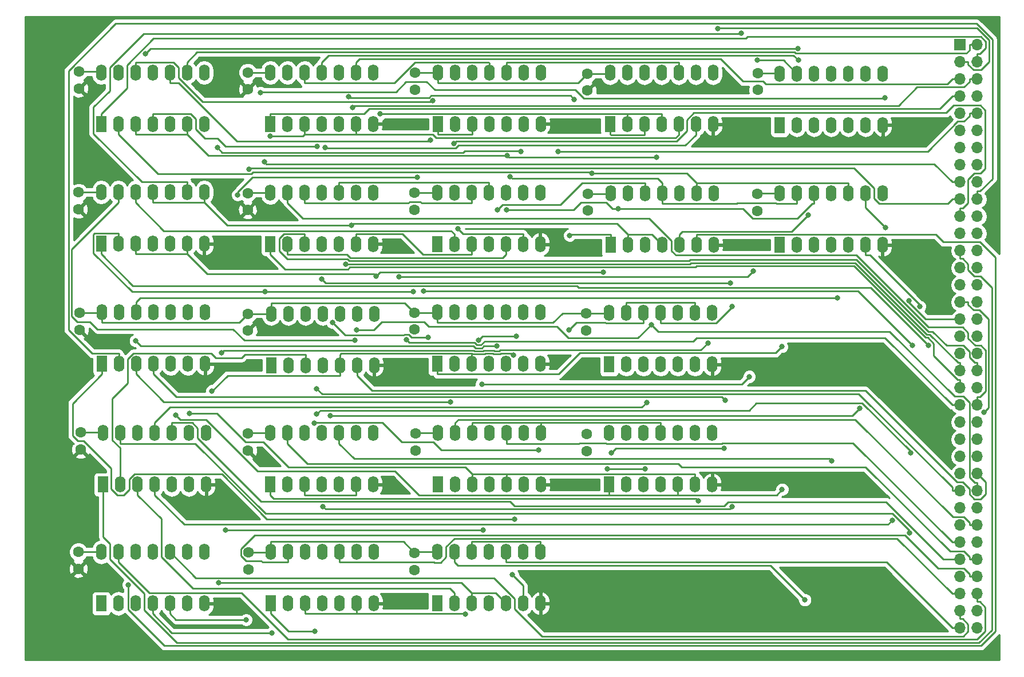
<source format=gbr>
G04 #@! TF.FileFunction,Copper,L1,Top,Signal*
%FSLAX46Y46*%
G04 Gerber Fmt 4.6, Leading zero omitted, Abs format (unit mm)*
G04 Created by KiCad (PCBNEW (2016-09-07 BZR 7135, Git c8cf783)-product) date Sat Feb  4 03:26:47 2017*
%MOMM*%
%LPD*%
G01*
G04 APERTURE LIST*
%ADD10C,0.100000*%
%ADD11R,1.600000X2.400000*%
%ADD12O,1.600000X2.400000*%
%ADD13R,1.700000X1.700000*%
%ADD14O,1.700000X1.700000*%
%ADD15C,1.600000*%
%ADD16C,0.800000*%
%ADD17C,0.250000*%
%ADD18C,0.254000*%
G04 APERTURE END LIST*
D10*
D11*
X51086900Y-38000000D03*
D12*
X66326900Y-30380000D03*
X53626900Y-38000000D03*
X63786900Y-30380000D03*
X56166900Y-38000000D03*
X61246900Y-30380000D03*
X58706900Y-38000000D03*
X58706900Y-30380000D03*
X61246900Y-38000000D03*
X56166900Y-30380000D03*
X63786900Y-38000000D03*
X53626900Y-30380000D03*
X66326900Y-38000000D03*
X51086900Y-30380000D03*
D11*
X76091100Y-38000000D03*
D12*
X91331100Y-30380000D03*
X78631100Y-38000000D03*
X88791100Y-30380000D03*
X81171100Y-38000000D03*
X86251100Y-30380000D03*
X83711100Y-38000000D03*
X83711100Y-30380000D03*
X86251100Y-38000000D03*
X81171100Y-30380000D03*
X88791100Y-38000000D03*
X78631100Y-30380000D03*
X91331100Y-38000000D03*
X76091100Y-30380000D03*
D11*
X100862000Y-37975000D03*
D12*
X116102000Y-30355000D03*
X103402000Y-37975000D03*
X113562000Y-30355000D03*
X105942000Y-37975000D03*
X111022000Y-30355000D03*
X108482000Y-37975000D03*
X108482000Y-30355000D03*
X111022000Y-37975000D03*
X105942000Y-30355000D03*
X113562000Y-37975000D03*
X103402000Y-30355000D03*
X116102000Y-37975000D03*
X100862000Y-30355000D03*
D11*
X126342000Y-38050000D03*
D12*
X141582000Y-30430000D03*
X128882000Y-38050000D03*
X139042000Y-30430000D03*
X131422000Y-38050000D03*
X136502000Y-30430000D03*
X133962000Y-38050000D03*
X133962000Y-30430000D03*
X136502000Y-38050000D03*
X131422000Y-30430000D03*
X139042000Y-38050000D03*
X128882000Y-30430000D03*
X141582000Y-38050000D03*
X126342000Y-30430000D03*
D11*
X151461000Y-38150000D03*
D12*
X166701000Y-30530000D03*
X154001000Y-38150000D03*
X164161000Y-30530000D03*
X156541000Y-38150000D03*
X161621000Y-30530000D03*
X159081000Y-38150000D03*
X159081000Y-30530000D03*
X161621000Y-38150000D03*
X156541000Y-30530000D03*
X164161000Y-38150000D03*
X154001000Y-30530000D03*
X166701000Y-38150000D03*
X151461000Y-30530000D03*
D11*
X51086900Y-55728100D03*
D12*
X66326900Y-48108100D03*
X53626900Y-55728100D03*
X63786900Y-48108100D03*
X56166900Y-55728100D03*
X61246900Y-48108100D03*
X58706900Y-55728100D03*
X58706900Y-48108100D03*
X61246900Y-55728100D03*
X56166900Y-48108100D03*
X63786900Y-55728100D03*
X53626900Y-48108100D03*
X66326900Y-55728100D03*
X51086900Y-48108100D03*
D11*
X76091100Y-55780000D03*
D12*
X91331100Y-48160000D03*
X78631100Y-55780000D03*
X88791100Y-48160000D03*
X81171100Y-55780000D03*
X86251100Y-48160000D03*
X83711100Y-55780000D03*
X83711100Y-48160000D03*
X86251100Y-55780000D03*
X81171100Y-48160000D03*
X88791100Y-55780000D03*
X78631100Y-48160000D03*
X91331100Y-55780000D03*
X76091100Y-48160000D03*
D11*
X100803000Y-55799400D03*
D12*
X116043000Y-48179400D03*
X103343000Y-55799400D03*
X113503000Y-48179400D03*
X105883000Y-55799400D03*
X110963000Y-48179400D03*
X108423000Y-55799400D03*
X108423000Y-48179400D03*
X110963000Y-55799400D03*
X105883000Y-48179400D03*
X113503000Y-55799400D03*
X103343000Y-48179400D03*
X116043000Y-55799400D03*
X100803000Y-48179400D03*
D11*
X126442000Y-55888300D03*
D12*
X141682000Y-48268300D03*
X128982000Y-55888300D03*
X139142000Y-48268300D03*
X131522000Y-55888300D03*
X136602000Y-48268300D03*
X134062000Y-55888300D03*
X134062000Y-48268300D03*
X136602000Y-55888300D03*
X131522000Y-48268300D03*
X139142000Y-55888300D03*
X128982000Y-48268300D03*
X141682000Y-55888300D03*
X126442000Y-48268300D03*
D11*
X151425000Y-55888300D03*
D12*
X166665000Y-48268300D03*
X153965000Y-55888300D03*
X164125000Y-48268300D03*
X156505000Y-55888300D03*
X161585000Y-48268300D03*
X159045000Y-55888300D03*
X159045000Y-48268300D03*
X161585000Y-55888300D03*
X156505000Y-48268300D03*
X164125000Y-55888300D03*
X153965000Y-48268300D03*
X166665000Y-55888300D03*
X151425000Y-48268300D03*
D11*
X51205000Y-73508800D03*
D12*
X66445000Y-65888800D03*
X53745000Y-73508800D03*
X63905000Y-65888800D03*
X56285000Y-73508800D03*
X61365000Y-65888800D03*
X58825000Y-73508800D03*
X58825000Y-65888800D03*
X61365000Y-73508800D03*
X56285000Y-65888800D03*
X63905000Y-73508800D03*
X53745000Y-65888800D03*
X66445000Y-73508800D03*
X51205000Y-65888800D03*
D11*
X76225600Y-73695000D03*
D12*
X91465600Y-66075000D03*
X78765600Y-73695000D03*
X88925600Y-66075000D03*
X81305600Y-73695000D03*
X86385600Y-66075000D03*
X83845600Y-73695000D03*
X83845600Y-66075000D03*
X86385600Y-73695000D03*
X81305600Y-66075000D03*
X88925600Y-73695000D03*
X78765600Y-66075000D03*
X91465600Y-73695000D03*
X76225600Y-66075000D03*
D11*
X100803000Y-73521200D03*
D12*
X116043000Y-65901200D03*
X103343000Y-73521200D03*
X113503000Y-65901200D03*
X105883000Y-73521200D03*
X110963000Y-65901200D03*
X108423000Y-73521200D03*
X108423000Y-65901200D03*
X110963000Y-73521200D03*
X105883000Y-65901200D03*
X113503000Y-73521200D03*
X103343000Y-65901200D03*
X116043000Y-73521200D03*
X100803000Y-65901200D03*
D11*
X126232000Y-73599200D03*
D12*
X141472000Y-65979200D03*
X128772000Y-73599200D03*
X138932000Y-65979200D03*
X131312000Y-73599200D03*
X136392000Y-65979200D03*
X133852000Y-73599200D03*
X133852000Y-65979200D03*
X136392000Y-73599200D03*
X131312000Y-65979200D03*
X138932000Y-73599200D03*
X128772000Y-65979200D03*
X141472000Y-73599200D03*
X126232000Y-65979200D03*
D11*
X51380000Y-91390000D03*
D12*
X66620000Y-83770000D03*
X53920000Y-91390000D03*
X64080000Y-83770000D03*
X56460000Y-91390000D03*
X61540000Y-83770000D03*
X59000000Y-91390000D03*
X59000000Y-83770000D03*
X61540000Y-91390000D03*
X56460000Y-83770000D03*
X64080000Y-91390000D03*
X53920000Y-83770000D03*
X66620000Y-91390000D03*
X51380000Y-83770000D03*
D11*
X76091100Y-91390000D03*
D12*
X91331100Y-83770000D03*
X78631100Y-91390000D03*
X88791100Y-83770000D03*
X81171100Y-91390000D03*
X86251100Y-83770000D03*
X83711100Y-91390000D03*
X83711100Y-83770000D03*
X86251100Y-91390000D03*
X81171100Y-83770000D03*
X88791100Y-91390000D03*
X78631100Y-83770000D03*
X91331100Y-91390000D03*
X76091100Y-83770000D03*
D11*
X100912000Y-91390000D03*
D12*
X116152000Y-83770000D03*
X103452000Y-91390000D03*
X113612000Y-83770000D03*
X105992000Y-91390000D03*
X111072000Y-83770000D03*
X108532000Y-91390000D03*
X108532000Y-83770000D03*
X111072000Y-91390000D03*
X105992000Y-83770000D03*
X113612000Y-91390000D03*
X103452000Y-83770000D03*
X116152000Y-91390000D03*
X100912000Y-83770000D03*
D11*
X126232000Y-91390000D03*
D12*
X141472000Y-83770000D03*
X128772000Y-91390000D03*
X138932000Y-83770000D03*
X131312000Y-91390000D03*
X136392000Y-83770000D03*
X133852000Y-91390000D03*
X133852000Y-83770000D03*
X136392000Y-91390000D03*
X131312000Y-83770000D03*
X138932000Y-91390000D03*
X128772000Y-83770000D03*
X141472000Y-91390000D03*
X126232000Y-83770000D03*
D11*
X51105000Y-108995000D03*
D12*
X66345000Y-101375000D03*
X53645000Y-108995000D03*
X63805000Y-101375000D03*
X56185000Y-108995000D03*
X61265000Y-101375000D03*
X58725000Y-108995000D03*
X58725000Y-101375000D03*
X61265000Y-108995000D03*
X56185000Y-101375000D03*
X63805000Y-108995000D03*
X53645000Y-101375000D03*
X66345000Y-108995000D03*
X51105000Y-101375000D03*
D11*
X76200600Y-108995000D03*
D12*
X91440600Y-101375000D03*
X78740600Y-108995000D03*
X88900600Y-101375000D03*
X81280600Y-108995000D03*
X86360600Y-101375000D03*
X83820600Y-108995000D03*
X83820600Y-101375000D03*
X86360600Y-108995000D03*
X81280600Y-101375000D03*
X88900600Y-108995000D03*
X78740600Y-101375000D03*
X91440600Y-108995000D03*
X76200600Y-101375000D03*
D11*
X100812000Y-108995000D03*
D12*
X116052000Y-101375000D03*
X103352000Y-108995000D03*
X113512000Y-101375000D03*
X105892000Y-108995000D03*
X110972000Y-101375000D03*
X108432000Y-108995000D03*
X108432000Y-101375000D03*
X110972000Y-108995000D03*
X105892000Y-101375000D03*
X113512000Y-108995000D03*
X103352000Y-101375000D03*
X116052000Y-108995000D03*
X100812000Y-101375000D03*
D13*
X178150000Y-26270000D03*
D14*
X180690000Y-26270000D03*
X178150000Y-28810000D03*
X180690000Y-28810000D03*
X178150000Y-31350000D03*
X180690000Y-31350000D03*
X178150000Y-33890000D03*
X180690000Y-33890000D03*
X178150000Y-36430000D03*
X180690000Y-36430000D03*
X178150000Y-38970000D03*
X180690000Y-38970000D03*
X178150000Y-41510000D03*
X180690000Y-41510000D03*
X178150000Y-44050000D03*
X180690000Y-44050000D03*
X178150000Y-46590000D03*
X180690000Y-46590000D03*
X178150000Y-49130000D03*
X180690000Y-49130000D03*
X178150000Y-51670000D03*
X180690000Y-51670000D03*
X178150000Y-54210000D03*
X180690000Y-54210000D03*
X178150000Y-56750000D03*
X180690000Y-56750000D03*
X178150000Y-59290000D03*
X180690000Y-59290000D03*
X178150000Y-61830000D03*
X180690000Y-61830000D03*
X178150000Y-64370000D03*
X180690000Y-64370000D03*
X178150000Y-66910000D03*
X180690000Y-66910000D03*
X178150000Y-69450000D03*
X180690000Y-69450000D03*
X178150000Y-71990000D03*
X180690000Y-71990000D03*
X178150000Y-74530000D03*
X180690000Y-74530000D03*
X178150000Y-77070000D03*
X180690000Y-77070000D03*
X178150000Y-79610000D03*
X180690000Y-79610000D03*
X178150000Y-82150000D03*
X180690000Y-82150000D03*
X178150000Y-84690000D03*
X180690000Y-84690000D03*
X178150000Y-87230000D03*
X180690000Y-87230000D03*
X178150000Y-89770000D03*
X180690000Y-89770000D03*
X178150000Y-92310000D03*
X180690000Y-92310000D03*
X178150000Y-94850000D03*
X180690000Y-94850000D03*
X178150000Y-97390000D03*
X180690000Y-97390000D03*
X178150000Y-99930000D03*
X180690000Y-99930000D03*
X178150000Y-102470000D03*
X180690000Y-102470000D03*
X178150000Y-105010000D03*
X180690000Y-105010000D03*
X178150000Y-107550000D03*
X180690000Y-107550000D03*
X178150000Y-110090000D03*
X180690000Y-110090000D03*
X178150000Y-112630000D03*
X180690000Y-112630000D03*
D15*
X97450000Y-101525000D03*
X97450000Y-104025000D03*
X72900000Y-101425000D03*
X72900000Y-103925000D03*
X47725000Y-101350000D03*
X47725000Y-103850000D03*
X122925000Y-83900000D03*
X122925000Y-86400000D03*
X97625000Y-83825000D03*
X97625000Y-86325000D03*
X72800000Y-83850000D03*
X72800000Y-86350000D03*
X48050000Y-83675000D03*
X48050000Y-86175000D03*
X122825000Y-66050000D03*
X122825000Y-68550000D03*
X97400000Y-65925000D03*
X97400000Y-68425000D03*
X72825000Y-66075000D03*
X72825000Y-68575000D03*
X47875000Y-65975000D03*
X47875000Y-68475000D03*
X148150000Y-48375000D03*
X148150000Y-50875000D03*
X123100000Y-48300000D03*
X123100000Y-50800000D03*
X97400000Y-48175000D03*
X97400000Y-50675000D03*
X72750000Y-48225000D03*
X72750000Y-50725000D03*
X47725000Y-48125000D03*
X47725000Y-50625000D03*
X148225000Y-30450000D03*
X148225000Y-32950000D03*
X123000000Y-30550000D03*
X123000000Y-33050000D03*
X97550000Y-30425000D03*
X97550000Y-32925000D03*
X72775000Y-30350000D03*
X72775000Y-32850000D03*
X47800000Y-30225000D03*
X47800000Y-32725000D03*
D16*
X151815300Y-92096600D03*
X62089300Y-81089200D03*
X123696900Y-45311100D03*
X111150400Y-42703200D03*
X133233000Y-42941300D03*
X111604100Y-45818000D03*
X99831800Y-40364700D03*
X127559400Y-50576500D03*
X111062800Y-50684600D03*
X83053500Y-41335600D03*
X142283700Y-23906200D03*
X100139300Y-34562500D03*
X154261600Y-28545800D03*
X111930300Y-104763900D03*
X167090400Y-53372100D03*
X144418900Y-65001400D03*
X82628800Y-82261000D03*
X115825100Y-86293100D03*
X76055300Y-39822200D03*
X92347000Y-36514300D03*
X121086900Y-34399500D03*
X87657700Y-33953900D03*
X88273800Y-35554500D03*
X120409000Y-54503600D03*
X106947300Y-69996700D03*
X112493300Y-69432800D03*
X148151500Y-28545800D03*
X155696100Y-51430200D03*
X113155800Y-42050600D03*
X68265300Y-41490100D03*
X68507800Y-105930700D03*
X56168800Y-70095400D03*
X109603500Y-70897300D03*
X132467100Y-67702300D03*
X88889600Y-68459200D03*
X125325700Y-59911800D03*
X91727200Y-60503300D03*
X67490100Y-77513300D03*
X112057300Y-72173300D03*
X84234300Y-41461900D03*
X57626400Y-27601600D03*
X154136800Y-26823400D03*
X173491600Y-70802800D03*
X88085500Y-53015000D03*
X97237800Y-62848400D03*
X75299400Y-62848400D03*
X145762800Y-24585800D03*
X166991800Y-34103800D03*
X74672400Y-33363600D03*
X88629300Y-70039500D03*
X84956400Y-81150100D03*
X163253200Y-80066600D03*
X103853900Y-53468200D03*
X171124600Y-70802800D03*
X98816900Y-62744600D03*
X99482300Y-69598900D03*
X85291300Y-67362300D03*
X96237000Y-69895900D03*
X87255700Y-58790800D03*
X118637700Y-42030400D03*
X83742400Y-60953600D03*
X144140100Y-61508700D03*
X72530200Y-111404100D03*
X109680000Y-50710100D03*
X55122200Y-106227400D03*
X147570700Y-59753800D03*
X95144800Y-60640800D03*
X104969100Y-110554800D03*
X172152600Y-65007600D03*
X131568700Y-89072700D03*
X125974300Y-89072700D03*
X112261500Y-96527800D03*
X103232200Y-40862500D03*
X97819300Y-45859100D03*
X71260600Y-48496100D03*
X102797800Y-79118500D03*
X72956300Y-44672100D03*
X143376400Y-78859400D03*
X64132200Y-80831600D03*
X160023800Y-63755800D03*
X75214200Y-43616200D03*
X170791200Y-86704200D03*
X82978000Y-80959800D03*
X82978000Y-77166600D03*
X151744700Y-70959400D03*
X140825200Y-70393200D03*
X68916400Y-71880900D03*
X120296900Y-68484600D03*
X107567100Y-98096100D03*
X69511100Y-98101700D03*
X131802800Y-79202200D03*
X168086500Y-96666900D03*
X170675600Y-98504600D03*
X139440500Y-93783500D03*
X159120000Y-87842100D03*
X144440100Y-94675900D03*
X83863700Y-94608800D03*
X146964300Y-75398300D03*
X107387900Y-76535500D03*
X143239800Y-85992600D03*
X126563300Y-86686800D03*
X181707800Y-80693300D03*
X76383300Y-113355600D03*
X82706600Y-113105900D03*
X170570100Y-64211000D03*
X155184100Y-108467500D03*
D17*
X180690000Y-28810000D02*
X180690000Y-27634700D01*
X51086900Y-38000000D02*
X51086900Y-36474700D01*
X54896900Y-32664700D02*
X51086900Y-36474700D01*
X54896900Y-29305400D02*
X54896900Y-32664700D01*
X58855500Y-25346800D02*
X54896900Y-29305400D01*
X146428800Y-25346800D02*
X58855500Y-25346800D01*
X146681000Y-25094600D02*
X146428800Y-25346800D01*
X181201100Y-25094600D02*
X146681000Y-25094600D01*
X181948700Y-25842200D02*
X181201100Y-25094600D01*
X181948700Y-26743300D02*
X181948700Y-25842200D01*
X181057300Y-27634700D02*
X181948700Y-26743300D01*
X180690000Y-27634700D02*
X181057300Y-27634700D01*
X136392000Y-91390000D02*
X136392000Y-92915300D01*
X150996600Y-92915300D02*
X136392000Y-92915300D01*
X151815300Y-92096600D02*
X150996600Y-92915300D01*
X136392000Y-92915300D02*
X126232000Y-92915300D01*
X126232000Y-91390000D02*
X126232000Y-92802700D01*
X126232000Y-92802700D02*
X126232000Y-92915300D01*
X62772500Y-81772400D02*
X62089300Y-81089200D01*
X66622600Y-81772400D02*
X62772500Y-81772400D01*
X74264500Y-89414300D02*
X66622600Y-81772400D01*
X94566400Y-89414300D02*
X74264500Y-89414300D01*
X98067400Y-92915300D02*
X94566400Y-89414300D01*
X126232000Y-92915300D02*
X98067400Y-92915300D01*
X53626900Y-38000000D02*
X53626900Y-39525300D01*
X139142000Y-48268300D02*
X139142000Y-46743000D01*
X123469300Y-45083500D02*
X123696900Y-45311100D01*
X73570700Y-45083500D02*
X123469300Y-45083500D01*
X73256800Y-45397400D02*
X73570700Y-45083500D01*
X59499000Y-45397400D02*
X73256800Y-45397400D01*
X53626900Y-39525300D02*
X59499000Y-45397400D01*
X137710100Y-45311100D02*
X139142000Y-46743000D01*
X123696900Y-45311100D02*
X137710100Y-45311100D01*
X161585000Y-46743000D02*
X139142000Y-46743000D01*
X161585000Y-48268300D02*
X161585000Y-46743000D01*
X180690000Y-26270000D02*
X179514700Y-26270000D01*
X63786900Y-30380000D02*
X63786900Y-28854700D01*
X179514700Y-27078100D02*
X179514700Y-26270000D01*
X179044100Y-27548700D02*
X179514700Y-27078100D01*
X153836400Y-27548700D02*
X179044100Y-27548700D01*
X153657900Y-27370200D02*
X153836400Y-27548700D01*
X65271400Y-27370200D02*
X153657900Y-27370200D01*
X63786900Y-28854700D02*
X65271400Y-27370200D01*
X63786900Y-38000000D02*
X63786900Y-39525300D01*
X111388500Y-42941300D02*
X111150400Y-42703200D01*
X133233000Y-42941300D02*
X111388500Y-42941300D01*
X66964800Y-42703200D02*
X63786900Y-39525300D01*
X111150400Y-42703200D02*
X66964800Y-42703200D01*
X63786900Y-39525300D02*
X56166900Y-39525300D01*
X56166900Y-38000000D02*
X56166900Y-39525300D01*
X100862000Y-37975000D02*
X100862000Y-39500300D01*
X134062000Y-48268300D02*
X134062000Y-46743000D01*
X105942000Y-39500300D02*
X100862000Y-39500300D01*
X111879100Y-46093000D02*
X111604100Y-45818000D01*
X133412000Y-46093000D02*
X111879100Y-46093000D01*
X134062000Y-46743000D02*
X133412000Y-46093000D01*
X105942000Y-37975000D02*
X105942000Y-39500300D01*
X62505800Y-31905300D02*
X61246900Y-31905300D01*
X71169900Y-40569400D02*
X62505800Y-31905300D01*
X99627100Y-40569400D02*
X71169900Y-40569400D01*
X99831800Y-40364700D02*
X99627100Y-40569400D01*
X61246900Y-30380000D02*
X61246900Y-31905300D01*
X145119400Y-49793600D02*
X134062000Y-49793600D01*
X145181200Y-49731800D02*
X145119400Y-49793600D01*
X150896900Y-49731800D02*
X145181200Y-49731800D01*
X150958700Y-49793600D02*
X150896900Y-49731800D01*
X153965000Y-49793600D02*
X150958700Y-49793600D01*
X153965000Y-48268300D02*
X153965000Y-49793600D01*
X134062000Y-48268300D02*
X134062000Y-49793600D01*
X156505000Y-48268300D02*
X156505000Y-49793600D01*
X120994800Y-50684600D02*
X111062800Y-50684600D01*
X122052000Y-49627400D02*
X120994800Y-50684600D01*
X125809500Y-49627400D02*
X122052000Y-49627400D01*
X126758600Y-50576500D02*
X125809500Y-49627400D01*
X127559400Y-50576500D02*
X126758600Y-50576500D01*
X64313100Y-36474700D02*
X58706900Y-36474700D01*
X65056900Y-37218500D02*
X64313100Y-36474700D01*
X65056900Y-38739100D02*
X65056900Y-37218500D01*
X66476200Y-40158400D02*
X65056900Y-38739100D01*
X68305000Y-40158400D02*
X66476200Y-40158400D01*
X69482200Y-41335600D02*
X68305000Y-40158400D01*
X83053500Y-41335600D02*
X69482200Y-41335600D01*
X58706900Y-38000000D02*
X58706900Y-36474700D01*
X146051300Y-50576500D02*
X127559400Y-50576500D01*
X147475200Y-52000400D02*
X146051300Y-50576500D01*
X154100200Y-52000400D02*
X147475200Y-52000400D01*
X156307000Y-49793600D02*
X154100200Y-52000400D01*
X156505000Y-49793600D02*
X156307000Y-49793600D01*
X142364100Y-23825800D02*
X142283700Y-23906200D01*
X180633000Y-23825800D02*
X142364100Y-23825800D01*
X182404900Y-25597700D02*
X180633000Y-23825800D01*
X182404900Y-28801700D02*
X182404900Y-25597700D01*
X181219000Y-29987600D02*
X182404900Y-28801700D01*
X180135600Y-29987600D02*
X181219000Y-29987600D01*
X179325300Y-29177300D02*
X180135600Y-29987600D01*
X179325300Y-28810000D02*
X179325300Y-29177300D01*
X178150000Y-28810000D02*
X179325300Y-28810000D01*
X61739100Y-28854700D02*
X56166900Y-28854700D01*
X62516900Y-29632500D02*
X61739100Y-28854700D01*
X62516900Y-31117600D02*
X62516900Y-29632500D01*
X66130800Y-34731500D02*
X62516900Y-31117600D01*
X99970300Y-34731500D02*
X66130800Y-34731500D01*
X100139300Y-34562500D02*
X99970300Y-34731500D01*
X56166900Y-30380000D02*
X56166900Y-28854700D01*
X76061100Y-30350000D02*
X76091100Y-30380000D01*
X72775000Y-30350000D02*
X76061100Y-30350000D01*
X151381000Y-30450000D02*
X151461000Y-30530000D01*
X148225000Y-30450000D02*
X151381000Y-30450000D01*
X126410300Y-48300000D02*
X126442000Y-48268300D01*
X123100000Y-48300000D02*
X126410300Y-48300000D01*
X51285000Y-83675000D02*
X51380000Y-83770000D01*
X48050000Y-83675000D02*
X51285000Y-83675000D01*
X51080000Y-101350000D02*
X51105000Y-101375000D01*
X47725000Y-101350000D02*
X51080000Y-101350000D01*
X126161200Y-66050000D02*
X122825000Y-66050000D01*
X126232000Y-65979200D02*
X126161200Y-66050000D01*
X100792000Y-30425000D02*
X100862000Y-30355000D01*
X97550000Y-30425000D02*
X100792000Y-30425000D01*
X76225600Y-66075000D02*
X76225600Y-64549700D01*
X100862000Y-30355000D02*
X100862000Y-31880300D01*
X126222000Y-30550000D02*
X123000000Y-30550000D01*
X126342000Y-30430000D02*
X126222000Y-30550000D01*
X121669700Y-31880300D02*
X100862000Y-31880300D01*
X123000000Y-30550000D02*
X121669700Y-31880300D01*
X51118800Y-65975000D02*
X51205000Y-65888800D01*
X47875000Y-65975000D02*
X51118800Y-65975000D01*
X51205000Y-65888800D02*
X51205000Y-67414100D01*
X96024700Y-64549700D02*
X97400000Y-65925000D01*
X76225600Y-64549700D02*
X96024700Y-64549700D01*
X97680000Y-83770000D02*
X97625000Y-83825000D01*
X100912000Y-83770000D02*
X97680000Y-83770000D01*
X76150600Y-101425000D02*
X76200600Y-101375000D01*
X72900000Y-101425000D02*
X76150600Y-101425000D01*
X76200600Y-101375000D02*
X76200600Y-99849700D01*
X97404400Y-48179400D02*
X97400000Y-48175000D01*
X100803000Y-48179400D02*
X97404400Y-48179400D01*
X72815000Y-48160000D02*
X72750000Y-48225000D01*
X76091100Y-48160000D02*
X72815000Y-48160000D01*
X47741900Y-48108100D02*
X47725000Y-48125000D01*
X51086900Y-48108100D02*
X47741900Y-48108100D01*
X95774700Y-99849700D02*
X97450000Y-101525000D01*
X76200600Y-99849700D02*
X95774700Y-99849700D01*
X97600000Y-101375000D02*
X97450000Y-101525000D01*
X100812000Y-101375000D02*
X97600000Y-101375000D01*
X148256700Y-48268300D02*
X148150000Y-48375000D01*
X151425000Y-48268300D02*
X148256700Y-48268300D01*
X100779200Y-65925000D02*
X100803000Y-65901200D01*
X97400000Y-65925000D02*
X100779200Y-65925000D01*
X119329600Y-66050000D02*
X122825000Y-66050000D01*
X117953100Y-67426500D02*
X119329600Y-66050000D01*
X100803000Y-67426500D02*
X117953100Y-67426500D01*
X100803000Y-65901200D02*
X100803000Y-67426500D01*
X50931900Y-30225000D02*
X51086900Y-30380000D01*
X47800000Y-30225000D02*
X50931900Y-30225000D01*
X72880000Y-83770000D02*
X72800000Y-83850000D01*
X76091100Y-83770000D02*
X72880000Y-83770000D01*
X71485900Y-67414100D02*
X72825000Y-66075000D01*
X51205000Y-67414100D02*
X71485900Y-67414100D01*
X72825000Y-66075000D02*
X76225600Y-66075000D01*
X90000800Y-36474700D02*
X76091100Y-36474700D01*
X90722900Y-35752600D02*
X90000800Y-36474700D01*
X175112100Y-35752600D02*
X90722900Y-35752600D01*
X176974700Y-33890000D02*
X175112100Y-35752600D01*
X178150000Y-33890000D02*
X176974700Y-33890000D01*
X76091100Y-38000000D02*
X76091100Y-36474700D01*
X83711100Y-30380000D02*
X83711100Y-28854700D01*
X154196600Y-28545800D02*
X154261600Y-28545800D01*
X153471300Y-27820500D02*
X154196600Y-28545800D01*
X84745300Y-27820500D02*
X153471300Y-27820500D01*
X83711100Y-28854700D02*
X84745300Y-27820500D01*
X113512000Y-106345600D02*
X111930300Y-104763900D01*
X113512000Y-108995000D02*
X113512000Y-106345600D01*
X164125000Y-50406700D02*
X164125000Y-48268300D01*
X167090400Y-53372100D02*
X164125000Y-50406700D01*
X144418900Y-65086600D02*
X144418900Y-65001400D01*
X142001000Y-67504500D02*
X144418900Y-65086600D01*
X133852000Y-67504500D02*
X142001000Y-67504500D01*
X133852000Y-65979200D02*
X133852000Y-67504500D01*
X101443600Y-86293100D02*
X115825100Y-86293100D01*
X100220600Y-85070100D02*
X101443600Y-86293100D01*
X95562400Y-85070100D02*
X100220600Y-85070100D01*
X92686100Y-82193800D02*
X95562400Y-85070100D01*
X82696000Y-82193800D02*
X92686100Y-82193800D01*
X82628800Y-82261000D02*
X82696000Y-82193800D01*
X88791100Y-30380000D02*
X88791100Y-28854700D01*
X178150000Y-31350000D02*
X176974700Y-31350000D01*
X89267500Y-28378300D02*
X88791100Y-28854700D01*
X142740900Y-28378300D02*
X89267500Y-28378300D01*
X146062600Y-31700000D02*
X142740900Y-28378300D01*
X148995000Y-31700000D02*
X146062600Y-31700000D01*
X149369800Y-32074800D02*
X148995000Y-31700000D01*
X176249900Y-32074800D02*
X149369800Y-32074800D01*
X176974700Y-31350000D02*
X176249900Y-32074800D01*
X80874200Y-39822200D02*
X81171100Y-39525300D01*
X76055300Y-39822200D02*
X80874200Y-39822200D01*
X81171100Y-38000000D02*
X81171100Y-39525300D01*
X100134300Y-39525300D02*
X88791100Y-39525300D01*
X100666200Y-40057200D02*
X100134300Y-39525300D01*
X136020100Y-40057200D02*
X100666200Y-40057200D01*
X136502000Y-39575300D02*
X136020100Y-40057200D01*
X136502000Y-38050000D02*
X136502000Y-39575300D01*
X88791100Y-38000000D02*
X88791100Y-39412700D01*
X88791100Y-39412700D02*
X88791100Y-39525300D01*
X88791100Y-39525300D02*
X81171100Y-39525300D01*
X56460000Y-91390000D02*
X56460000Y-92915300D01*
X103352000Y-108995000D02*
X103352000Y-107469700D01*
X133962000Y-36524700D02*
X128882000Y-36524700D01*
X133962000Y-38050000D02*
X133962000Y-36524700D01*
X128882000Y-38050000D02*
X128882000Y-36599800D01*
X128882000Y-36599800D02*
X128882000Y-36524700D01*
X92411700Y-36449600D02*
X92347000Y-36514300D01*
X128806900Y-36449600D02*
X92411700Y-36449600D01*
X128882000Y-36524700D02*
X128806900Y-36449600D01*
X59995000Y-96450300D02*
X56460000Y-92915300D01*
X59995000Y-102127500D02*
X59995000Y-96450300D01*
X64661800Y-106794300D02*
X59995000Y-102127500D01*
X102676600Y-106794300D02*
X64661800Y-106794300D01*
X103352000Y-107469700D02*
X102676600Y-106794300D01*
X87795100Y-34091300D02*
X87657700Y-33953900D01*
X99584800Y-34091300D02*
X87795100Y-34091300D01*
X99863800Y-33812300D02*
X99584800Y-34091300D01*
X120499700Y-33812300D02*
X99863800Y-33812300D01*
X121086900Y-34399500D02*
X120499700Y-33812300D01*
X88526100Y-35302200D02*
X88273800Y-35554500D01*
X169024500Y-35302200D02*
X88526100Y-35302200D01*
X171801400Y-32525300D02*
X169024500Y-35302200D01*
X178706800Y-32525300D02*
X171801400Y-32525300D01*
X179514700Y-31717400D02*
X178706800Y-32525300D01*
X179514700Y-31350000D02*
X179514700Y-31717400D01*
X180690000Y-31350000D02*
X179514700Y-31350000D01*
X108482000Y-30355000D02*
X108482000Y-28942300D01*
X94467100Y-31905300D02*
X81171100Y-31905300D01*
X97542700Y-28829700D02*
X94467100Y-31905300D01*
X108369400Y-28829700D02*
X97542700Y-28829700D01*
X108482000Y-28942300D02*
X108369400Y-28829700D01*
X81171100Y-30380000D02*
X81171100Y-31905300D01*
X120549600Y-54363000D02*
X120409000Y-54503600D01*
X126442000Y-54363000D02*
X120549600Y-54363000D01*
X126442000Y-55888300D02*
X126442000Y-54363000D01*
X107511200Y-69432800D02*
X112493300Y-69432800D01*
X106947300Y-69996700D02*
X107511200Y-69432800D01*
X152016800Y-28545800D02*
X148151500Y-28545800D01*
X154001000Y-30530000D02*
X152016800Y-28545800D01*
X153213700Y-53912600D02*
X155696100Y-51430200D01*
X137052400Y-53912600D02*
X153213700Y-53912600D01*
X136602000Y-54363000D02*
X137052400Y-53912600D01*
X136602000Y-55888300D02*
X136602000Y-54363000D01*
X136427000Y-28829700D02*
X111022000Y-28829700D01*
X136502000Y-28904700D02*
X136427000Y-28829700D01*
X136502000Y-30430000D02*
X136502000Y-28904700D01*
X111022000Y-30355000D02*
X111022000Y-28829700D01*
X113083000Y-41977800D02*
X113155800Y-42050600D01*
X104879300Y-41977800D02*
X113083000Y-41977800D01*
X104658000Y-42199100D02*
X104879300Y-41977800D01*
X68974300Y-42199100D02*
X104658000Y-42199100D01*
X68265300Y-41490100D02*
X68974300Y-42199100D01*
X105892000Y-108995000D02*
X105892000Y-107469700D01*
X109446700Y-107469700D02*
X105892000Y-107469700D01*
X110972000Y-108995000D02*
X109446700Y-107469700D01*
X104353000Y-105930700D02*
X68507800Y-105930700D01*
X105892000Y-107469700D02*
X104353000Y-105930700D01*
X105892000Y-101375000D02*
X105892000Y-99849700D01*
X116052000Y-101375000D02*
X116052000Y-99849700D01*
X105892000Y-99849700D02*
X116052000Y-99849700D01*
X107709400Y-70897300D02*
X109603500Y-70897300D01*
X107434400Y-71172300D02*
X107709400Y-70897300D01*
X106460300Y-71172300D02*
X107434400Y-71172300D01*
X106185300Y-70897300D02*
X106460300Y-71172300D01*
X56970700Y-70897300D02*
X106185300Y-70897300D01*
X56168800Y-70095400D02*
X56970700Y-70897300D01*
X131422000Y-38050000D02*
X131422000Y-39575300D01*
X126342000Y-38050000D02*
X126342000Y-39462700D01*
X126454600Y-39575300D02*
X131422000Y-39575300D01*
X126342000Y-39462700D02*
X126454600Y-39575300D01*
X180690000Y-92310000D02*
X180690000Y-91134700D01*
X130466000Y-69703400D02*
X132467100Y-67702300D01*
X120206500Y-69703400D02*
X130466000Y-69703400D01*
X118492300Y-67989200D02*
X120206500Y-69703400D01*
X99567100Y-67989200D02*
X118492300Y-67989200D01*
X98873000Y-67295100D02*
X99567100Y-67989200D01*
X92595500Y-67295100D02*
X98873000Y-67295100D01*
X91431400Y-68459200D02*
X92595500Y-67295100D01*
X88889600Y-68459200D02*
X91431400Y-68459200D01*
X180322600Y-91134700D02*
X180690000Y-91134700D01*
X179514700Y-90326800D02*
X180322600Y-91134700D01*
X179514700Y-79273700D02*
X179514700Y-90326800D01*
X178581000Y-78340000D02*
X179514700Y-79273700D01*
X177308100Y-78340000D02*
X178581000Y-78340000D01*
X167684000Y-68715900D02*
X177308100Y-78340000D01*
X133480700Y-68715900D02*
X167684000Y-68715900D01*
X132467100Y-67702300D02*
X133480700Y-68715900D01*
X56166900Y-57253400D02*
X63786900Y-57253400D01*
X56166900Y-55728100D02*
X56166900Y-57253400D01*
X63786900Y-55728100D02*
X63786900Y-57253400D01*
X128772000Y-64453900D02*
X138932000Y-64453900D01*
X128772000Y-65979200D02*
X128772000Y-64453900D01*
X138932000Y-65979200D02*
X138932000Y-64453900D01*
X92318700Y-59911800D02*
X91727200Y-60503300D01*
X125325700Y-59911800D02*
X92318700Y-59911800D01*
X66761800Y-60228300D02*
X63786900Y-57253400D01*
X91452200Y-60228300D02*
X66761800Y-60228300D01*
X91727200Y-60503300D02*
X91452200Y-60228300D01*
X69783100Y-75220300D02*
X86385600Y-75220300D01*
X67490100Y-77513300D02*
X69783100Y-75220300D01*
X86385600Y-73695000D02*
X86385600Y-75220300D01*
X86385600Y-73695000D02*
X86385600Y-72169700D01*
X86559400Y-71995900D02*
X105883000Y-71995900D01*
X86385600Y-72169700D02*
X86559400Y-71995900D01*
X105883000Y-73521200D02*
X105883000Y-71996000D01*
X105883000Y-71996000D02*
X105883000Y-71995900D01*
X111879900Y-71995900D02*
X112057300Y-72173300D01*
X110183900Y-71995900D02*
X111879900Y-71995900D01*
X110106900Y-72072900D02*
X110183900Y-71995900D01*
X109116500Y-72072900D02*
X110106900Y-72072900D01*
X109039500Y-71995900D02*
X109116500Y-72072900D01*
X107884600Y-71995900D02*
X109039500Y-71995900D01*
X107807600Y-72072900D02*
X107884600Y-71995900D01*
X105959900Y-72072900D02*
X107807600Y-72072900D01*
X105883000Y-71996000D02*
X105959900Y-72072900D01*
X139042000Y-38050000D02*
X139042000Y-39575300D01*
X137457300Y-41160000D02*
X139042000Y-39575300D01*
X103960400Y-41160000D02*
X137457300Y-41160000D01*
X103960400Y-41160100D02*
X103960400Y-41160000D01*
X103532700Y-41587800D02*
X103960400Y-41160100D01*
X84360200Y-41587800D02*
X103532700Y-41587800D01*
X84234300Y-41461900D02*
X84360200Y-41587800D01*
X58404600Y-26823400D02*
X154136800Y-26823400D01*
X57626400Y-27601600D02*
X58404600Y-26823400D01*
X55805800Y-61972300D02*
X51086900Y-57253400D01*
X121431600Y-61972300D02*
X55805800Y-61972300D01*
X121703800Y-62244500D02*
X121431600Y-61972300D01*
X164933300Y-62244500D02*
X121703800Y-62244500D01*
X173491600Y-70802800D02*
X164933300Y-62244500D01*
X51086900Y-55728100D02*
X51086900Y-57253400D01*
X128982000Y-55888300D02*
X128982000Y-54363000D01*
X132536700Y-54363000D02*
X128982000Y-54363000D01*
X134062000Y-55888300D02*
X132536700Y-54363000D01*
X88357700Y-52742800D02*
X88085500Y-53015000D01*
X127361800Y-52742800D02*
X88357700Y-52742800D01*
X128982000Y-54363000D02*
X127361800Y-52742800D01*
X69708500Y-53015000D02*
X66326900Y-49633400D01*
X88085500Y-53015000D02*
X69708500Y-53015000D01*
X66326900Y-48108100D02*
X66326900Y-49633400D01*
X58706900Y-49633400D02*
X66326900Y-49633400D01*
X58706900Y-48108100D02*
X58706900Y-49633400D01*
X53626900Y-55728100D02*
X53626900Y-54202800D01*
X55669800Y-62848400D02*
X75299400Y-62848400D01*
X49961500Y-57140100D02*
X55669800Y-62848400D01*
X49961500Y-54329300D02*
X49961500Y-57140100D01*
X50088000Y-54202800D02*
X49961500Y-54329300D01*
X53626900Y-54202800D02*
X50088000Y-54202800D01*
X75299400Y-62848400D02*
X97237800Y-62848400D01*
X63786900Y-48108100D02*
X63786900Y-46582800D01*
X145717100Y-24631500D02*
X145762800Y-24585800D01*
X57380500Y-24631500D02*
X145717100Y-24631500D01*
X52356900Y-29655100D02*
X57380500Y-24631500D01*
X52356900Y-33060000D02*
X52356900Y-29655100D01*
X49961500Y-35455400D02*
X52356900Y-33060000D01*
X49961500Y-39424700D02*
X49961500Y-35455400D01*
X57119600Y-46582800D02*
X49961500Y-39424700D01*
X63786900Y-46582800D02*
X57119600Y-46582800D01*
X74807400Y-33228600D02*
X74672400Y-33363600D01*
X94695200Y-33228600D02*
X74807400Y-33228600D01*
X96188900Y-31734900D02*
X94695200Y-33228600D01*
X99221700Y-31734900D02*
X96188900Y-31734900D01*
X100442600Y-32955800D02*
X99221700Y-31734900D01*
X121239700Y-32955800D02*
X100442600Y-32955800D01*
X122464200Y-34180300D02*
X121239700Y-32955800D01*
X166915300Y-34180300D02*
X122464200Y-34180300D01*
X166991800Y-34103800D02*
X166915300Y-34180300D01*
X60337900Y-53804400D02*
X56166900Y-49633400D01*
X102873300Y-53804400D02*
X60337900Y-53804400D01*
X103343000Y-54274100D02*
X102873300Y-53804400D01*
X103343000Y-55799400D02*
X103343000Y-54274100D01*
X56166900Y-48108100D02*
X56166900Y-49633400D01*
X53626900Y-48108100D02*
X53626900Y-49633400D01*
X72267500Y-70039500D02*
X88629300Y-70039500D01*
X70619900Y-68391900D02*
X72267500Y-70039500D01*
X50518200Y-68391900D02*
X70619900Y-68391900D01*
X49411700Y-67285400D02*
X50518200Y-68391900D01*
X47541400Y-67285400D02*
X49411700Y-67285400D01*
X46747100Y-66491100D02*
X47541400Y-67285400D01*
X46747100Y-56513200D02*
X46747100Y-66491100D01*
X53626900Y-49633400D02*
X46747100Y-56513200D01*
X162169700Y-81150100D02*
X163253200Y-80066600D01*
X84956400Y-81150100D02*
X162169700Y-81150100D01*
X178150000Y-77070000D02*
X178150000Y-75894700D01*
X76091100Y-55780000D02*
X76091100Y-57305300D01*
X78302800Y-59517000D02*
X76091100Y-57305300D01*
X87565800Y-59517000D02*
X78302800Y-59517000D01*
X87896300Y-59186500D02*
X87565800Y-59517000D01*
X138972800Y-59186500D02*
X87896300Y-59186500D01*
X139130800Y-59028500D02*
X138972800Y-59186500D01*
X162451200Y-59028500D02*
X139130800Y-59028500D01*
X173052500Y-69629800D02*
X162451200Y-59028500D01*
X173344500Y-69629800D02*
X173052500Y-69629800D01*
X174216900Y-70502200D02*
X173344500Y-69629800D01*
X174216900Y-72329000D02*
X174216900Y-70502200D01*
X177782600Y-75894700D02*
X174216900Y-72329000D01*
X178150000Y-75894700D02*
X177782600Y-75894700D01*
X113503000Y-55799400D02*
X113503000Y-54274100D01*
X104659800Y-54274100D02*
X103853900Y-53468200D01*
X113503000Y-54274100D02*
X104659800Y-54274100D01*
X110963000Y-55799400D02*
X110963000Y-57324700D01*
X78631100Y-55780000D02*
X78631100Y-57305300D01*
X87432900Y-57305300D02*
X78631100Y-57305300D01*
X87924900Y-57797300D02*
X87432900Y-57305300D01*
X110490400Y-57797300D02*
X87924900Y-57797300D01*
X110963000Y-57324700D02*
X110490400Y-57797300D01*
X163066400Y-62744600D02*
X98816900Y-62744600D01*
X171124600Y-70802800D02*
X163066400Y-62744600D01*
X180690000Y-74530000D02*
X180690000Y-73354700D01*
X81171100Y-55780000D02*
X81171100Y-54254700D01*
X180322600Y-73354700D02*
X180690000Y-73354700D01*
X179514700Y-72546800D02*
X180322600Y-73354700D01*
X179514700Y-71689900D02*
X179514700Y-72546800D01*
X178639400Y-70814600D02*
X179514700Y-71689900D01*
X176139300Y-70814600D02*
X178639400Y-70814600D01*
X174053900Y-68729200D02*
X176139300Y-70814600D01*
X173425700Y-68729200D02*
X174053900Y-68729200D01*
X162782500Y-58086000D02*
X173425700Y-68729200D01*
X138198600Y-58086000D02*
X162782500Y-58086000D01*
X138030700Y-58253900D02*
X138198600Y-58086000D01*
X87744600Y-58253900D02*
X138030700Y-58253900D01*
X87480800Y-57990100D02*
X87744600Y-58253900D01*
X78641000Y-57990100D02*
X87480800Y-57990100D01*
X77450800Y-56799900D02*
X78641000Y-57990100D01*
X77450800Y-54957600D02*
X77450800Y-56799900D01*
X78153700Y-54254700D02*
X77450800Y-54957600D01*
X81171100Y-54254700D02*
X78153700Y-54254700D01*
X108403600Y-46634700D02*
X86251100Y-46634700D01*
X108423000Y-46654100D02*
X108403600Y-46634700D01*
X108423000Y-48179400D02*
X108423000Y-46654100D01*
X86251100Y-48160000D02*
X86251100Y-46634700D01*
X87171400Y-69242400D02*
X85291300Y-67362300D01*
X95864800Y-69242400D02*
X87171400Y-69242400D01*
X95936600Y-69170600D02*
X95864800Y-69242400D01*
X96537500Y-69170600D02*
X95936600Y-69170600D01*
X96965800Y-69598900D02*
X96537500Y-69170600D01*
X99482300Y-69598900D02*
X96965800Y-69598900D01*
X178150000Y-79610000D02*
X176974700Y-79610000D01*
X167008200Y-69643500D02*
X176974700Y-79610000D01*
X139171100Y-69643500D02*
X167008200Y-69643500D01*
X138642600Y-70172000D02*
X139171100Y-69643500D01*
X107797800Y-70172000D02*
X138642600Y-70172000D01*
X107247800Y-70722000D02*
X107797800Y-70172000D01*
X106646900Y-70722000D02*
X107247800Y-70722000D01*
X106271600Y-70346700D02*
X106646900Y-70722000D01*
X96687800Y-70346700D02*
X106271600Y-70346700D01*
X96237000Y-69895900D02*
X96687800Y-70346700D01*
X178150000Y-74530000D02*
X178150000Y-73354700D01*
X177831200Y-73354700D02*
X178150000Y-73354700D01*
X173656000Y-69179500D02*
X177831200Y-73354700D01*
X173239100Y-69179500D02*
X173656000Y-69179500D01*
X162631200Y-58571600D02*
X173239100Y-69179500D01*
X138349900Y-58571600D02*
X162631200Y-58571600D01*
X138185300Y-58736200D02*
X138349900Y-58571600D01*
X87310300Y-58736200D02*
X138185300Y-58736200D01*
X87255700Y-58790800D02*
X87310300Y-58736200D01*
X98525300Y-49704700D02*
X105883000Y-49704700D01*
X98310700Y-49490100D02*
X98525300Y-49704700D01*
X96721800Y-49490100D02*
X98310700Y-49490100D01*
X96526600Y-49685300D02*
X96721800Y-49490100D01*
X81171100Y-49685300D02*
X96526600Y-49685300D01*
X81171100Y-48160000D02*
X81171100Y-49685300D01*
X105883000Y-48179400D02*
X105883000Y-49704700D01*
X98709000Y-57324700D02*
X105883000Y-57324700D01*
X95639000Y-54254700D02*
X98709000Y-57324700D01*
X88791100Y-54254700D02*
X95639000Y-54254700D01*
X88791100Y-55780000D02*
X88791100Y-54254700D01*
X105883000Y-55799400D02*
X105883000Y-57324700D01*
X180690000Y-79610000D02*
X180690000Y-78434700D01*
X78631100Y-48160000D02*
X78631100Y-49685300D01*
X181057300Y-78434700D02*
X180690000Y-78434700D01*
X181920100Y-77571900D02*
X181057300Y-78434700D01*
X181920100Y-71506100D02*
X181920100Y-77571900D01*
X181228700Y-70814700D02*
X181920100Y-71506100D01*
X180390500Y-70814700D02*
X181228700Y-70814700D01*
X179325400Y-69749600D02*
X180390500Y-70814700D01*
X179325400Y-68924400D02*
X179325400Y-69749600D01*
X178496800Y-68095800D02*
X179325400Y-68924400D01*
X173429200Y-68095800D02*
X178496800Y-68095800D01*
X162749100Y-57415700D02*
X173429200Y-68095800D01*
X136106600Y-57415700D02*
X162749100Y-57415700D01*
X135476600Y-56785700D02*
X136106600Y-57415700D01*
X135476600Y-55309300D02*
X135476600Y-56785700D01*
X132167900Y-52000600D02*
X135476600Y-55309300D01*
X80946400Y-52000600D02*
X132167900Y-52000600D01*
X78631100Y-49685300D02*
X80946400Y-52000600D01*
X180690000Y-36430000D02*
X179514700Y-36430000D01*
X179514700Y-36797400D02*
X179514700Y-36430000D01*
X178706800Y-37605300D02*
X179514700Y-36797400D01*
X177803900Y-37605300D02*
X178706800Y-37605300D01*
X173378800Y-42030400D02*
X177803900Y-37605300D01*
X118637700Y-42030400D02*
X173378800Y-42030400D01*
X72332500Y-72169700D02*
X81305600Y-72169700D01*
X71868500Y-72633700D02*
X72332500Y-72169700D01*
X68010300Y-72633700D02*
X71868500Y-72633700D01*
X67341500Y-71964900D02*
X68010300Y-72633700D01*
X55837300Y-71964900D02*
X67341500Y-71964900D01*
X55015000Y-72787200D02*
X55837300Y-71964900D01*
X55015000Y-76384800D02*
X55015000Y-72787200D01*
X52758500Y-78641300D02*
X55015000Y-76384800D01*
X52758500Y-84808700D02*
X52758500Y-78641300D01*
X53920000Y-85970200D02*
X52758500Y-84808700D01*
X53920000Y-91390000D02*
X53920000Y-85970200D01*
X81305600Y-73695000D02*
X81305600Y-72169700D01*
X84297500Y-61508700D02*
X144140100Y-61508700D01*
X83742400Y-60953600D02*
X84297500Y-61508700D01*
X62148800Y-111404100D02*
X72530200Y-111404100D01*
X61265000Y-110520300D02*
X62148800Y-111404100D01*
X122198200Y-46743000D02*
X131522000Y-46743000D01*
X119037800Y-49903400D02*
X122198200Y-46743000D01*
X110486700Y-49903400D02*
X119037800Y-49903400D01*
X109680000Y-50710100D02*
X110486700Y-49903400D01*
X131522000Y-48268300D02*
X131522000Y-46743000D01*
X61265000Y-108995000D02*
X61265000Y-110520300D01*
X55059600Y-106290000D02*
X55122200Y-106227400D01*
X55059600Y-109861200D02*
X55059600Y-106290000D01*
X60448500Y-115250100D02*
X55059600Y-109861200D01*
X181223000Y-115250100D02*
X60448500Y-115250100D01*
X183332600Y-113140500D02*
X181223000Y-115250100D01*
X183332600Y-57700900D02*
X183332600Y-113140500D01*
X181111700Y-55480000D02*
X183332600Y-57700900D01*
X175677600Y-55480000D02*
X181111700Y-55480000D01*
X174560600Y-54363000D02*
X175677600Y-55480000D01*
X139142000Y-54363000D02*
X174560600Y-54363000D01*
X139142000Y-55888300D02*
X139142000Y-54363000D01*
X88791100Y-92915300D02*
X81171100Y-92915300D01*
X88791100Y-91390000D02*
X88791100Y-92915300D01*
X81171100Y-91390000D02*
X81171100Y-92915300D01*
X146683700Y-60640800D02*
X147570700Y-59753800D01*
X95144800Y-60640800D02*
X146683700Y-60640800D01*
X81280600Y-108995000D02*
X81280600Y-110520300D01*
X88900600Y-108995000D02*
X88900600Y-110407700D01*
X88900600Y-110520300D02*
X81280600Y-110520300D01*
X88900600Y-110407700D02*
X88900600Y-110520300D01*
X104934700Y-110520400D02*
X104969100Y-110554800D01*
X88900600Y-110520400D02*
X104934700Y-110520400D01*
X88900600Y-110520300D02*
X88900600Y-110520400D01*
X164831500Y-57413600D02*
X164125000Y-57413600D01*
X172152600Y-64734700D02*
X164831500Y-57413600D01*
X172152600Y-65007600D02*
X172152600Y-64734700D01*
X164125000Y-55888300D02*
X164125000Y-57413600D01*
X131568700Y-89072700D02*
X125974300Y-89072700D01*
X51205000Y-73508800D02*
X51205000Y-75034100D01*
X46859000Y-79380100D02*
X51205000Y-75034100D01*
X46859000Y-84132500D02*
X46859000Y-79380100D01*
X47651500Y-84925000D02*
X46859000Y-84132500D01*
X48458700Y-84925000D02*
X47651500Y-84925000D01*
X52533400Y-88999700D02*
X48458700Y-84925000D01*
X52533400Y-92013800D02*
X52533400Y-88999700D01*
X53459300Y-92939700D02*
X52533400Y-92013800D01*
X54402600Y-92939700D02*
X53459300Y-92939700D01*
X55263900Y-92078400D02*
X54402600Y-92939700D01*
X55263900Y-90587200D02*
X55263900Y-92078400D01*
X55986500Y-89864600D02*
X55263900Y-90587200D01*
X68955800Y-89864600D02*
X55986500Y-89864600D01*
X75619000Y-96527800D02*
X68955800Y-89864600D01*
X112261500Y-96527800D02*
X75619000Y-96527800D01*
X103587100Y-40507600D02*
X103232200Y-40862500D01*
X136211100Y-40507600D02*
X103587100Y-40507600D01*
X137698100Y-39020600D02*
X136211100Y-40507600D01*
X137698100Y-37390300D02*
X137698100Y-39020600D01*
X138739300Y-36349100D02*
X137698100Y-37390300D01*
X176063900Y-36349100D02*
X138739300Y-36349100D01*
X177184500Y-35228500D02*
X176063900Y-36349100D01*
X181159300Y-35228500D02*
X177184500Y-35228500D01*
X181866000Y-35935200D02*
X181159300Y-35228500D01*
X181866000Y-44616700D02*
X181866000Y-35935200D01*
X181162700Y-45320000D02*
X181866000Y-44616700D01*
X180259000Y-45320000D02*
X181162700Y-45320000D01*
X179325300Y-46253700D02*
X180259000Y-45320000D01*
X179325300Y-49686800D02*
X179325300Y-46253700D01*
X178517400Y-50494700D02*
X179325300Y-49686800D01*
X178150000Y-50494700D02*
X178517400Y-50494700D01*
X71260600Y-48082300D02*
X71260600Y-48496100D01*
X73483800Y-45859100D02*
X71260600Y-48082300D01*
X97819300Y-45859100D02*
X73483800Y-45859100D01*
X178150000Y-51670000D02*
X178150000Y-50494700D01*
X180690000Y-49130000D02*
X180690000Y-47954700D01*
X53745000Y-73508800D02*
X53745000Y-71983500D01*
X181057300Y-47954700D02*
X180690000Y-47954700D01*
X182906000Y-46106000D02*
X181057300Y-47954700D01*
X182906000Y-25461900D02*
X182906000Y-46106000D01*
X180578300Y-23134200D02*
X182906000Y-25461900D01*
X53253700Y-23134200D02*
X180578300Y-23134200D01*
X46244400Y-30143500D02*
X53253700Y-23134200D01*
X46244400Y-68459900D02*
X46244400Y-30143500D01*
X49768000Y-71983500D02*
X46244400Y-68459900D01*
X53745000Y-71983500D02*
X49768000Y-71983500D01*
X133852000Y-82244700D02*
X116152000Y-82244700D01*
X133852000Y-83770000D02*
X133852000Y-82244700D01*
X116152000Y-83770000D02*
X116152000Y-82244700D01*
X105992000Y-82244700D02*
X116152000Y-82244700D01*
X105992000Y-83770000D02*
X105992000Y-82244700D01*
X60369400Y-79118500D02*
X56285000Y-75034100D01*
X102797800Y-79118500D02*
X60369400Y-79118500D01*
X56285000Y-73508800D02*
X56285000Y-75034100D01*
X73118500Y-44509900D02*
X72956300Y-44672100D01*
X162448600Y-44509900D02*
X73118500Y-44509900D01*
X165395000Y-47456300D02*
X162448600Y-44509900D01*
X165395000Y-49033000D02*
X165395000Y-47456300D01*
X166166000Y-49804000D02*
X165395000Y-49033000D01*
X176300700Y-49804000D02*
X166166000Y-49804000D01*
X176974700Y-49130000D02*
X176300700Y-49804000D01*
X178150000Y-49130000D02*
X176974700Y-49130000D01*
X58825000Y-73508800D02*
X58825000Y-75034100D01*
X142910200Y-78393200D02*
X143376400Y-78859400D01*
X62184100Y-78393200D02*
X142910200Y-78393200D01*
X58825000Y-75034100D02*
X62184100Y-78393200D01*
X138932000Y-91390000D02*
X138932000Y-89864700D01*
X111072000Y-91390000D02*
X111072000Y-89977300D01*
X111072000Y-89977300D02*
X111072000Y-89864700D01*
X111072000Y-89864700D02*
X138932000Y-89864700D01*
X111072000Y-89864700D02*
X105992000Y-89864700D01*
X105992000Y-91390000D02*
X105992000Y-89864700D01*
X68181900Y-80831600D02*
X64132200Y-80831600D01*
X72450300Y-85100000D02*
X68181900Y-80831600D01*
X75107400Y-85100000D02*
X72450300Y-85100000D01*
X78818700Y-88811300D02*
X75107400Y-85100000D01*
X104938600Y-88811300D02*
X78818700Y-88811300D01*
X105992000Y-89864700D02*
X104938600Y-88811300D01*
X56285000Y-65888800D02*
X56285000Y-64363500D01*
X56892700Y-63755800D02*
X56285000Y-64363500D01*
X160023800Y-63755800D02*
X56892700Y-63755800D01*
X75511000Y-43913000D02*
X75214200Y-43616200D01*
X174297700Y-43913000D02*
X75511000Y-43913000D01*
X176974700Y-46590000D02*
X174297700Y-43913000D01*
X178150000Y-46590000D02*
X176974700Y-46590000D01*
X83533400Y-80404400D02*
X82978000Y-80959800D01*
X146924400Y-80404400D02*
X83533400Y-80404400D01*
X147987600Y-79341200D02*
X146924400Y-80404400D01*
X163661300Y-79341200D02*
X147987600Y-79341200D01*
X170791200Y-86471100D02*
X163661300Y-79341200D01*
X170791200Y-86704200D02*
X170791200Y-86471100D01*
X178150000Y-92310000D02*
X176974700Y-92310000D01*
X83754300Y-77942900D02*
X82978000Y-77166600D01*
X163112600Y-77942900D02*
X83754300Y-77942900D01*
X176974700Y-91805000D02*
X163112600Y-77942900D01*
X176974700Y-92310000D02*
X176974700Y-91805000D01*
X88925600Y-73695000D02*
X88925600Y-75220300D01*
X91197900Y-77492600D02*
X88925600Y-75220300D01*
X164140800Y-77492600D02*
X91197900Y-77492600D01*
X177688200Y-91040000D02*
X164140800Y-77492600D01*
X178544200Y-91040000D02*
X177688200Y-91040000D01*
X179514700Y-92010500D02*
X178544200Y-91040000D01*
X179514700Y-92797000D02*
X179514700Y-92010500D01*
X180228000Y-93510300D02*
X179514700Y-92797000D01*
X181158100Y-93510300D02*
X180228000Y-93510300D01*
X181890000Y-92778400D02*
X181158100Y-93510300D01*
X181890000Y-90970000D02*
X181890000Y-92778400D01*
X180690000Y-89770000D02*
X181890000Y-90970000D01*
X118757700Y-75046500D02*
X100803000Y-75046500D01*
X121905800Y-71898400D02*
X118757700Y-75046500D01*
X150805700Y-71898400D02*
X121905800Y-71898400D01*
X151744700Y-70959400D02*
X150805700Y-71898400D01*
X100803000Y-73521200D02*
X100803000Y-75046500D01*
X139770400Y-71448000D02*
X140825200Y-70393200D01*
X110094900Y-71448000D02*
X139770400Y-71448000D01*
X109920300Y-71622600D02*
X110094900Y-71448000D01*
X109303100Y-71622600D02*
X109920300Y-71622600D01*
X109215800Y-71535300D02*
X109303100Y-71622600D01*
X107708300Y-71535300D02*
X109215800Y-71535300D01*
X107621000Y-71622600D02*
X107708300Y-71535300D01*
X106273700Y-71622600D02*
X107621000Y-71622600D01*
X106186400Y-71535300D02*
X106273700Y-71622600D01*
X69262000Y-71535300D02*
X106186400Y-71535300D01*
X68916400Y-71880900D02*
X69262000Y-71535300D01*
X121417200Y-67364300D02*
X120296900Y-68484600D01*
X125625500Y-67364300D02*
X121417200Y-67364300D01*
X125765700Y-67504500D02*
X125625500Y-67364300D01*
X131312000Y-67504500D02*
X125765700Y-67504500D01*
X69516700Y-98096100D02*
X69511100Y-98101700D01*
X107567100Y-98096100D02*
X69516700Y-98096100D01*
X131312000Y-65979200D02*
X131312000Y-67504500D01*
X131071300Y-79933700D02*
X131802800Y-79202200D01*
X61311000Y-79933700D02*
X131071300Y-79933700D01*
X59000000Y-82244700D02*
X61311000Y-79933700D01*
X59000000Y-83770000D02*
X59000000Y-82244700D01*
X178150000Y-56750000D02*
X178150000Y-57925300D01*
X51380000Y-99174600D02*
X51380000Y-91390000D01*
X52375000Y-100169600D02*
X51380000Y-99174600D01*
X52375000Y-102454400D02*
X52375000Y-100169600D01*
X57455000Y-107534400D02*
X52375000Y-102454400D01*
X57455000Y-109949300D02*
X57455000Y-107534400D01*
X62292100Y-114786400D02*
X57455000Y-109949300D01*
X180945700Y-114786400D02*
X62292100Y-114786400D01*
X182829000Y-112903100D02*
X180945700Y-114786400D01*
X182829000Y-62226300D02*
X182829000Y-112903100D01*
X181162700Y-60560000D02*
X182829000Y-62226300D01*
X180259000Y-60560000D02*
X181162700Y-60560000D01*
X179325300Y-59626300D02*
X180259000Y-60560000D01*
X179325300Y-58733200D02*
X179325300Y-59626300D01*
X178517400Y-57925300D02*
X179325300Y-58733200D01*
X178150000Y-57925300D02*
X178517400Y-57925300D01*
X61540000Y-83770000D02*
X61540000Y-82244700D01*
X64547000Y-82244700D02*
X61540000Y-82244700D01*
X65350000Y-83047700D02*
X64547000Y-82244700D01*
X65350000Y-84505800D02*
X65350000Y-83047700D01*
X74727700Y-93883500D02*
X65350000Y-84505800D01*
X111578000Y-93883500D02*
X74727700Y-93883500D01*
X112248300Y-94553800D02*
X111578000Y-93883500D01*
X143245100Y-94553800D02*
X112248300Y-94553800D01*
X143848300Y-93950600D02*
X143245100Y-94553800D01*
X167147400Y-93950600D02*
X143848300Y-93950600D01*
X175666800Y-102470000D02*
X167147400Y-93950600D01*
X178150000Y-102470000D02*
X175666800Y-102470000D01*
X63378200Y-97293500D02*
X59000000Y-92915300D01*
X167459900Y-97293500D02*
X63378200Y-97293500D01*
X168086500Y-96666900D02*
X167459900Y-97293500D01*
X59000000Y-91390000D02*
X59000000Y-92915300D01*
X53920000Y-83770000D02*
X53920000Y-85295300D01*
X65023400Y-85295300D02*
X53920000Y-85295300D01*
X75396800Y-95668700D02*
X65023400Y-85295300D01*
X168114100Y-95668700D02*
X75396800Y-95668700D01*
X170675600Y-98230200D02*
X168114100Y-95668700D01*
X170675600Y-98504600D02*
X170675600Y-98230200D01*
X76091100Y-91390000D02*
X76091100Y-92915300D01*
X76609000Y-93433200D02*
X76091100Y-92915300D01*
X139090200Y-93433200D02*
X76609000Y-93433200D01*
X139440500Y-93783500D02*
X139090200Y-93433200D01*
X86251100Y-83770000D02*
X86251100Y-85295300D01*
X88522000Y-87566200D02*
X86251100Y-85295300D01*
X158844100Y-87566200D02*
X88522000Y-87566200D01*
X159120000Y-87842100D02*
X158844100Y-87566200D01*
X84259100Y-95004200D02*
X83863700Y-94608800D01*
X144111800Y-95004200D02*
X84259100Y-95004200D01*
X144440100Y-94675900D02*
X144111800Y-95004200D01*
X180690000Y-102470000D02*
X179514700Y-102470000D01*
X78631100Y-83770000D02*
X78631100Y-85295300D01*
X179514700Y-102102600D02*
X179514700Y-102470000D01*
X178706800Y-101294700D02*
X179514700Y-102102600D01*
X176640800Y-101294700D02*
X178706800Y-101294700D01*
X164138600Y-88792500D02*
X176640800Y-101294700D01*
X136992300Y-88792500D02*
X164138600Y-88792500D01*
X136480500Y-88280700D02*
X136992300Y-88792500D01*
X81616500Y-88280700D02*
X136480500Y-88280700D01*
X78631100Y-85295300D02*
X81616500Y-88280700D01*
X145827100Y-76535500D02*
X107387900Y-76535500D01*
X146964300Y-75398300D02*
X145827100Y-76535500D01*
X178150000Y-99930000D02*
X176974700Y-99930000D01*
X111072000Y-83770000D02*
X111072000Y-85295300D01*
X121799700Y-85295300D02*
X111072000Y-85295300D01*
X121820900Y-85274100D02*
X121799700Y-85295300D01*
X125744500Y-85274100D02*
X121820900Y-85274100D01*
X125799200Y-85328800D02*
X125744500Y-85274100D01*
X142877900Y-85328800D02*
X125799200Y-85328800D01*
X142939400Y-85267300D02*
X142877900Y-85328800D01*
X162312000Y-85267300D02*
X142939400Y-85267300D01*
X176974700Y-99930000D02*
X162312000Y-85267300D01*
X127257500Y-85992600D02*
X126563300Y-86686800D01*
X143239800Y-85992600D02*
X127257500Y-85992600D01*
X180690000Y-97390000D02*
X179514700Y-97390000D01*
X103452000Y-83770000D02*
X103452000Y-82244700D01*
X179514700Y-97022600D02*
X179514700Y-97390000D01*
X178706800Y-96214700D02*
X179514700Y-97022600D01*
X177069300Y-96214700D02*
X178706800Y-96214700D01*
X162648900Y-81794300D02*
X177069300Y-96214700D01*
X103902400Y-81794300D02*
X162648900Y-81794300D01*
X103452000Y-82244700D02*
X103902400Y-81794300D01*
X182370500Y-80030600D02*
X181707800Y-80693300D01*
X182370500Y-66909200D02*
X182370500Y-80030600D01*
X181006600Y-65545300D02*
X182370500Y-66909200D01*
X180133200Y-65545300D02*
X181006600Y-65545300D01*
X179325300Y-64737400D02*
X180133200Y-65545300D01*
X179325300Y-64370000D02*
X179325300Y-64737400D01*
X178150000Y-64370000D02*
X179325300Y-64370000D01*
X178150000Y-110090000D02*
X178150000Y-111265300D01*
X65095400Y-105205400D02*
X61265000Y-101375000D01*
X109184800Y-105205400D02*
X65095400Y-105205400D01*
X112242000Y-108262600D02*
X109184800Y-105205400D01*
X112242000Y-109762900D02*
X112242000Y-108262600D01*
X116332700Y-113853600D02*
X112242000Y-109762900D01*
X178617100Y-113853600D02*
X116332700Y-113853600D01*
X179325700Y-113145000D02*
X178617100Y-113853600D01*
X179325700Y-112073700D02*
X179325700Y-113145000D01*
X178517300Y-111265300D02*
X179325700Y-112073700D01*
X178150000Y-111265300D02*
X178517300Y-111265300D01*
X61560300Y-113355600D02*
X58725000Y-110520300D01*
X76383300Y-113355600D02*
X61560300Y-113355600D01*
X58725000Y-108995000D02*
X58725000Y-110520300D01*
X58214300Y-107469600D02*
X53645000Y-102900300D01*
X71866100Y-107469600D02*
X58214300Y-107469600D01*
X78722600Y-114326100D02*
X71866100Y-107469600D01*
X180679100Y-114326100D02*
X78722600Y-114326100D01*
X181870000Y-113135200D02*
X180679100Y-114326100D01*
X181870000Y-109538000D02*
X181870000Y-113135200D01*
X181057300Y-108725300D02*
X181870000Y-109538000D01*
X180690000Y-108725300D02*
X181057300Y-108725300D01*
X180690000Y-107550000D02*
X180690000Y-108725300D01*
X53645000Y-101375000D02*
X53645000Y-102900300D01*
X78786200Y-113105900D02*
X76200600Y-110520300D01*
X82706600Y-113105900D02*
X78786200Y-113105900D01*
X76200600Y-108995000D02*
X76200600Y-110520300D01*
X178150000Y-107550000D02*
X176974700Y-107550000D01*
X86360600Y-101375000D02*
X86360600Y-102900300D01*
X168775400Y-99350700D02*
X176974700Y-107550000D01*
X103336300Y-99350700D02*
X168775400Y-99350700D01*
X102082000Y-100605000D02*
X103336300Y-99350700D01*
X102082000Y-102135000D02*
X102082000Y-100605000D01*
X101278000Y-102939000D02*
X102082000Y-102135000D01*
X100384400Y-102939000D02*
X101278000Y-102939000D01*
X100333700Y-102888300D02*
X100384400Y-102939000D01*
X96336700Y-102888300D02*
X100333700Y-102888300D01*
X96324700Y-102900300D02*
X96336700Y-102888300D01*
X86360600Y-102900300D02*
X96324700Y-102900300D01*
X74998700Y-102900300D02*
X78740600Y-102900300D01*
X74773400Y-102675000D02*
X74998700Y-102900300D01*
X72507700Y-102675000D02*
X74773400Y-102675000D01*
X71772600Y-101939900D02*
X72507700Y-102675000D01*
X71772600Y-100895100D02*
X71772600Y-101939900D01*
X73769000Y-98898700D02*
X71772600Y-100895100D01*
X169948600Y-98898700D02*
X73769000Y-98898700D01*
X174884600Y-103834700D02*
X169948600Y-98898700D01*
X178706800Y-103834700D02*
X174884600Y-103834700D01*
X179514700Y-104642600D02*
X178706800Y-103834700D01*
X179514700Y-105010000D02*
X179514700Y-104642600D01*
X180690000Y-105010000D02*
X179514700Y-105010000D01*
X78740600Y-101375000D02*
X78740600Y-102900300D01*
X173029300Y-66910000D02*
X178150000Y-66910000D01*
X170570100Y-64450800D02*
X173029300Y-66910000D01*
X170570100Y-64211000D02*
X170570100Y-64450800D01*
X167245000Y-102900300D02*
X110972000Y-102900300D01*
X176974700Y-112630000D02*
X167245000Y-102900300D01*
X178150000Y-112630000D02*
X176974700Y-112630000D01*
X110972000Y-101375000D02*
X110972000Y-102900300D01*
X103842900Y-103391200D02*
X103352000Y-102900300D01*
X150107800Y-103391200D02*
X103842900Y-103391200D01*
X155184100Y-108467500D02*
X150107800Y-103391200D01*
X103352000Y-101375000D02*
X103352000Y-102900300D01*
D18*
G36*
X183915000Y-57230845D02*
X183870001Y-57163499D01*
X181848218Y-55141716D01*
X182091054Y-54778285D01*
X182204093Y-54210000D01*
X182091054Y-53641715D01*
X181769147Y-53159946D01*
X181439974Y-52940000D01*
X181769147Y-52720054D01*
X182091054Y-52238285D01*
X182204093Y-51670000D01*
X182091054Y-51101715D01*
X181769147Y-50619946D01*
X181439974Y-50400000D01*
X181769147Y-50180054D01*
X182091054Y-49698285D01*
X182204093Y-49130000D01*
X182091054Y-48561715D01*
X181864360Y-48222442D01*
X183443401Y-46643401D01*
X183608148Y-46396839D01*
X183666000Y-46106000D01*
X183666000Y-25461900D01*
X183608148Y-25171061D01*
X183443401Y-24924499D01*
X181115701Y-22596799D01*
X180869139Y-22432052D01*
X180578300Y-22374200D01*
X53253700Y-22374200D01*
X52962861Y-22432052D01*
X52716299Y-22596799D01*
X45706999Y-29606099D01*
X45542252Y-29852661D01*
X45484400Y-30143500D01*
X45484400Y-68459900D01*
X45542252Y-68750739D01*
X45706999Y-68997301D01*
X49230599Y-72520901D01*
X49477161Y-72685648D01*
X49757560Y-72741423D01*
X49757560Y-74708800D01*
X49806843Y-74956565D01*
X49947191Y-75166609D01*
X49977462Y-75186836D01*
X46321599Y-78842699D01*
X46156852Y-79089261D01*
X46099000Y-79380100D01*
X46099000Y-84132500D01*
X46156852Y-84423339D01*
X46321599Y-84669901D01*
X47008674Y-85356976D01*
X46796136Y-85420995D01*
X46603035Y-85958223D01*
X46630222Y-86528454D01*
X46796136Y-86929005D01*
X47042255Y-87003139D01*
X47870395Y-86175000D01*
X47856252Y-86160858D01*
X48035858Y-85981253D01*
X48050000Y-85995395D01*
X48064142Y-85981252D01*
X48243748Y-86160858D01*
X48229605Y-86175000D01*
X49057745Y-87003139D01*
X49303864Y-86929005D01*
X49326084Y-86867186D01*
X51773400Y-89314502D01*
X51773400Y-89542560D01*
X50580000Y-89542560D01*
X50332235Y-89591843D01*
X50122191Y-89732191D01*
X49981843Y-89942235D01*
X49932560Y-90190000D01*
X49932560Y-92590000D01*
X49981843Y-92837765D01*
X50122191Y-93047809D01*
X50332235Y-93188157D01*
X50580000Y-93237440D01*
X50620000Y-93237440D01*
X50620000Y-99174600D01*
X50677852Y-99465439D01*
X50750736Y-99574518D01*
X50555849Y-99613283D01*
X50090302Y-99924352D01*
X49779233Y-100389899D01*
X49739430Y-100590000D01*
X48963646Y-100590000D01*
X48942243Y-100538200D01*
X48538923Y-100134176D01*
X48011691Y-99915250D01*
X47440813Y-99914752D01*
X46913200Y-100132757D01*
X46509176Y-100536077D01*
X46290250Y-101063309D01*
X46289752Y-101634187D01*
X46507757Y-102161800D01*
X46911077Y-102565824D01*
X46977544Y-102593423D01*
X46970995Y-102596136D01*
X46896861Y-102842255D01*
X47725000Y-103670395D01*
X48553139Y-102842255D01*
X48479005Y-102596136D01*
X48472517Y-102593804D01*
X48536800Y-102567243D01*
X48940824Y-102163923D01*
X48963215Y-102110000D01*
X49729485Y-102110000D01*
X49779233Y-102360101D01*
X50090302Y-102825648D01*
X50555849Y-103136717D01*
X51105000Y-103245950D01*
X51654151Y-103136717D01*
X51850991Y-103005193D01*
X54365822Y-105520024D01*
X54245281Y-105640354D01*
X54087380Y-106020623D01*
X54087021Y-106432371D01*
X54244258Y-106812915D01*
X54299600Y-106868354D01*
X54299600Y-107303742D01*
X54194151Y-107233283D01*
X53645000Y-107124050D01*
X53095849Y-107233283D01*
X52630302Y-107544352D01*
X52531882Y-107691648D01*
X52503157Y-107547235D01*
X52362809Y-107337191D01*
X52152765Y-107196843D01*
X51905000Y-107147560D01*
X50305000Y-107147560D01*
X50057235Y-107196843D01*
X49847191Y-107337191D01*
X49706843Y-107547235D01*
X49657560Y-107795000D01*
X49657560Y-110195000D01*
X49706843Y-110442765D01*
X49847191Y-110652809D01*
X50057235Y-110793157D01*
X50305000Y-110842440D01*
X51905000Y-110842440D01*
X52152765Y-110793157D01*
X52362809Y-110652809D01*
X52503157Y-110442765D01*
X52531882Y-110298352D01*
X52630302Y-110445648D01*
X53095849Y-110756717D01*
X53645000Y-110865950D01*
X54194151Y-110756717D01*
X54605476Y-110481878D01*
X59911099Y-115787501D01*
X60157660Y-115952248D01*
X60205914Y-115961846D01*
X60448500Y-116010100D01*
X181223000Y-116010100D01*
X181513839Y-115952248D01*
X181760401Y-115787501D01*
X183870001Y-113677901D01*
X183915000Y-113610555D01*
X183915000Y-117365000D01*
X39860000Y-117365000D01*
X39860000Y-104857745D01*
X46896861Y-104857745D01*
X46970995Y-105103864D01*
X47508223Y-105296965D01*
X48078454Y-105269778D01*
X48479005Y-105103864D01*
X48553139Y-104857745D01*
X47725000Y-104029605D01*
X46896861Y-104857745D01*
X39860000Y-104857745D01*
X39860000Y-103633223D01*
X46278035Y-103633223D01*
X46305222Y-104203454D01*
X46471136Y-104604005D01*
X46717255Y-104678139D01*
X47545395Y-103850000D01*
X47904605Y-103850000D01*
X48732745Y-104678139D01*
X48978864Y-104604005D01*
X49171965Y-104066777D01*
X49144778Y-103496546D01*
X48978864Y-103095995D01*
X48732745Y-103021861D01*
X47904605Y-103850000D01*
X47545395Y-103850000D01*
X46717255Y-103021861D01*
X46471136Y-103095995D01*
X46278035Y-103633223D01*
X39860000Y-103633223D01*
X39860000Y-87182745D01*
X47221861Y-87182745D01*
X47295995Y-87428864D01*
X47833223Y-87621965D01*
X48403454Y-87594778D01*
X48804005Y-87428864D01*
X48878139Y-87182745D01*
X48050000Y-86354605D01*
X47221861Y-87182745D01*
X39860000Y-87182745D01*
X39860000Y-22110000D01*
X183915000Y-22110000D01*
X183915000Y-57230845D01*
X183915000Y-57230845D01*
G37*
X183915000Y-57230845D02*
X183870001Y-57163499D01*
X181848218Y-55141716D01*
X182091054Y-54778285D01*
X182204093Y-54210000D01*
X182091054Y-53641715D01*
X181769147Y-53159946D01*
X181439974Y-52940000D01*
X181769147Y-52720054D01*
X182091054Y-52238285D01*
X182204093Y-51670000D01*
X182091054Y-51101715D01*
X181769147Y-50619946D01*
X181439974Y-50400000D01*
X181769147Y-50180054D01*
X182091054Y-49698285D01*
X182204093Y-49130000D01*
X182091054Y-48561715D01*
X181864360Y-48222442D01*
X183443401Y-46643401D01*
X183608148Y-46396839D01*
X183666000Y-46106000D01*
X183666000Y-25461900D01*
X183608148Y-25171061D01*
X183443401Y-24924499D01*
X181115701Y-22596799D01*
X180869139Y-22432052D01*
X180578300Y-22374200D01*
X53253700Y-22374200D01*
X52962861Y-22432052D01*
X52716299Y-22596799D01*
X45706999Y-29606099D01*
X45542252Y-29852661D01*
X45484400Y-30143500D01*
X45484400Y-68459900D01*
X45542252Y-68750739D01*
X45706999Y-68997301D01*
X49230599Y-72520901D01*
X49477161Y-72685648D01*
X49757560Y-72741423D01*
X49757560Y-74708800D01*
X49806843Y-74956565D01*
X49947191Y-75166609D01*
X49977462Y-75186836D01*
X46321599Y-78842699D01*
X46156852Y-79089261D01*
X46099000Y-79380100D01*
X46099000Y-84132500D01*
X46156852Y-84423339D01*
X46321599Y-84669901D01*
X47008674Y-85356976D01*
X46796136Y-85420995D01*
X46603035Y-85958223D01*
X46630222Y-86528454D01*
X46796136Y-86929005D01*
X47042255Y-87003139D01*
X47870395Y-86175000D01*
X47856252Y-86160858D01*
X48035858Y-85981253D01*
X48050000Y-85995395D01*
X48064142Y-85981252D01*
X48243748Y-86160858D01*
X48229605Y-86175000D01*
X49057745Y-87003139D01*
X49303864Y-86929005D01*
X49326084Y-86867186D01*
X51773400Y-89314502D01*
X51773400Y-89542560D01*
X50580000Y-89542560D01*
X50332235Y-89591843D01*
X50122191Y-89732191D01*
X49981843Y-89942235D01*
X49932560Y-90190000D01*
X49932560Y-92590000D01*
X49981843Y-92837765D01*
X50122191Y-93047809D01*
X50332235Y-93188157D01*
X50580000Y-93237440D01*
X50620000Y-93237440D01*
X50620000Y-99174600D01*
X50677852Y-99465439D01*
X50750736Y-99574518D01*
X50555849Y-99613283D01*
X50090302Y-99924352D01*
X49779233Y-100389899D01*
X49739430Y-100590000D01*
X48963646Y-100590000D01*
X48942243Y-100538200D01*
X48538923Y-100134176D01*
X48011691Y-99915250D01*
X47440813Y-99914752D01*
X46913200Y-100132757D01*
X46509176Y-100536077D01*
X46290250Y-101063309D01*
X46289752Y-101634187D01*
X46507757Y-102161800D01*
X46911077Y-102565824D01*
X46977544Y-102593423D01*
X46970995Y-102596136D01*
X46896861Y-102842255D01*
X47725000Y-103670395D01*
X48553139Y-102842255D01*
X48479005Y-102596136D01*
X48472517Y-102593804D01*
X48536800Y-102567243D01*
X48940824Y-102163923D01*
X48963215Y-102110000D01*
X49729485Y-102110000D01*
X49779233Y-102360101D01*
X50090302Y-102825648D01*
X50555849Y-103136717D01*
X51105000Y-103245950D01*
X51654151Y-103136717D01*
X51850991Y-103005193D01*
X54365822Y-105520024D01*
X54245281Y-105640354D01*
X54087380Y-106020623D01*
X54087021Y-106432371D01*
X54244258Y-106812915D01*
X54299600Y-106868354D01*
X54299600Y-107303742D01*
X54194151Y-107233283D01*
X53645000Y-107124050D01*
X53095849Y-107233283D01*
X52630302Y-107544352D01*
X52531882Y-107691648D01*
X52503157Y-107547235D01*
X52362809Y-107337191D01*
X52152765Y-107196843D01*
X51905000Y-107147560D01*
X50305000Y-107147560D01*
X50057235Y-107196843D01*
X49847191Y-107337191D01*
X49706843Y-107547235D01*
X49657560Y-107795000D01*
X49657560Y-110195000D01*
X49706843Y-110442765D01*
X49847191Y-110652809D01*
X50057235Y-110793157D01*
X50305000Y-110842440D01*
X51905000Y-110842440D01*
X52152765Y-110793157D01*
X52362809Y-110652809D01*
X52503157Y-110442765D01*
X52531882Y-110298352D01*
X52630302Y-110445648D01*
X53095849Y-110756717D01*
X53645000Y-110865950D01*
X54194151Y-110756717D01*
X54605476Y-110481878D01*
X59911099Y-115787501D01*
X60157660Y-115952248D01*
X60205914Y-115961846D01*
X60448500Y-116010100D01*
X181223000Y-116010100D01*
X181513839Y-115952248D01*
X181760401Y-115787501D01*
X183870001Y-113677901D01*
X183915000Y-113610555D01*
X183915000Y-117365000D01*
X39860000Y-117365000D01*
X39860000Y-104857745D01*
X46896861Y-104857745D01*
X46970995Y-105103864D01*
X47508223Y-105296965D01*
X48078454Y-105269778D01*
X48479005Y-105103864D01*
X48553139Y-104857745D01*
X47725000Y-104029605D01*
X46896861Y-104857745D01*
X39860000Y-104857745D01*
X39860000Y-103633223D01*
X46278035Y-103633223D01*
X46305222Y-104203454D01*
X46471136Y-104604005D01*
X46717255Y-104678139D01*
X47545395Y-103850000D01*
X47904605Y-103850000D01*
X48732745Y-104678139D01*
X48978864Y-104604005D01*
X49171965Y-104066777D01*
X49144778Y-103496546D01*
X48978864Y-103095995D01*
X48732745Y-103021861D01*
X47904605Y-103850000D01*
X47545395Y-103850000D01*
X46717255Y-103021861D01*
X46471136Y-103095995D01*
X46278035Y-103633223D01*
X39860000Y-103633223D01*
X39860000Y-87182745D01*
X47221861Y-87182745D01*
X47295995Y-87428864D01*
X47833223Y-87621965D01*
X48403454Y-87594778D01*
X48804005Y-87428864D01*
X48878139Y-87182745D01*
X48050000Y-86354605D01*
X47221861Y-87182745D01*
X39860000Y-87182745D01*
X39860000Y-22110000D01*
X183915000Y-22110000D01*
X183915000Y-57230845D01*
G36*
X176363498Y-113093600D02*
X116647502Y-113093600D01*
X114210696Y-110656794D01*
X114526698Y-110445648D01*
X114779507Y-110067293D01*
X115127104Y-110499500D01*
X115620181Y-110769367D01*
X115702961Y-110786904D01*
X115925000Y-110664915D01*
X115925000Y-109122000D01*
X116179000Y-109122000D01*
X116179000Y-110664915D01*
X116401039Y-110786904D01*
X116483819Y-110769367D01*
X116976896Y-110499500D01*
X117329166Y-110061483D01*
X117487000Y-109522000D01*
X117487000Y-109122000D01*
X116179000Y-109122000D01*
X115925000Y-109122000D01*
X115905000Y-109122000D01*
X115905000Y-108868000D01*
X115925000Y-108868000D01*
X115925000Y-107325085D01*
X116179000Y-107325085D01*
X116179000Y-108868000D01*
X117487000Y-108868000D01*
X117487000Y-108468000D01*
X117329166Y-107928517D01*
X116976896Y-107490500D01*
X116483819Y-107220633D01*
X116401039Y-107203096D01*
X116179000Y-107325085D01*
X115925000Y-107325085D01*
X115702961Y-107203096D01*
X115620181Y-107220633D01*
X115127104Y-107490500D01*
X114779507Y-107922707D01*
X114526698Y-107544352D01*
X114272000Y-107374168D01*
X114272000Y-106345600D01*
X114214148Y-106054761D01*
X114049401Y-105808199D01*
X112965335Y-104724133D01*
X112965479Y-104558929D01*
X112808242Y-104178385D01*
X112781104Y-104151200D01*
X149792998Y-104151200D01*
X154149065Y-108507267D01*
X154148921Y-108672471D01*
X154306158Y-109053015D01*
X154597054Y-109344419D01*
X154977323Y-109502320D01*
X155389071Y-109502679D01*
X155769615Y-109345442D01*
X156061019Y-109054546D01*
X156218920Y-108674277D01*
X156219279Y-108262529D01*
X156062042Y-107881985D01*
X155771146Y-107590581D01*
X155390877Y-107432680D01*
X155223936Y-107432534D01*
X151451702Y-103660300D01*
X166930198Y-103660300D01*
X176363498Y-113093600D01*
X176363498Y-113093600D01*
G37*
X176363498Y-113093600D02*
X116647502Y-113093600D01*
X114210696Y-110656794D01*
X114526698Y-110445648D01*
X114779507Y-110067293D01*
X115127104Y-110499500D01*
X115620181Y-110769367D01*
X115702961Y-110786904D01*
X115925000Y-110664915D01*
X115925000Y-109122000D01*
X116179000Y-109122000D01*
X116179000Y-110664915D01*
X116401039Y-110786904D01*
X116483819Y-110769367D01*
X116976896Y-110499500D01*
X117329166Y-110061483D01*
X117487000Y-109522000D01*
X117487000Y-109122000D01*
X116179000Y-109122000D01*
X115925000Y-109122000D01*
X115905000Y-109122000D01*
X115905000Y-108868000D01*
X115925000Y-108868000D01*
X115925000Y-107325085D01*
X116179000Y-107325085D01*
X116179000Y-108868000D01*
X117487000Y-108868000D01*
X117487000Y-108468000D01*
X117329166Y-107928517D01*
X116976896Y-107490500D01*
X116483819Y-107220633D01*
X116401039Y-107203096D01*
X116179000Y-107325085D01*
X115925000Y-107325085D01*
X115702961Y-107203096D01*
X115620181Y-107220633D01*
X115127104Y-107490500D01*
X114779507Y-107922707D01*
X114526698Y-107544352D01*
X114272000Y-107374168D01*
X114272000Y-106345600D01*
X114214148Y-106054761D01*
X114049401Y-105808199D01*
X112965335Y-104724133D01*
X112965479Y-104558929D01*
X112808242Y-104178385D01*
X112781104Y-104151200D01*
X149792998Y-104151200D01*
X154149065Y-108507267D01*
X154148921Y-108672471D01*
X154306158Y-109053015D01*
X154597054Y-109344419D01*
X154977323Y-109502320D01*
X155389071Y-109502679D01*
X155769615Y-109345442D01*
X156061019Y-109054546D01*
X156218920Y-108674277D01*
X156219279Y-108262529D01*
X156062042Y-107881985D01*
X155771146Y-107590581D01*
X155390877Y-107432680D01*
X155223936Y-107432534D01*
X151451702Y-103660300D01*
X166930198Y-103660300D01*
X176363498Y-113093600D01*
G36*
X180817000Y-112503000D02*
X180837000Y-112503000D01*
X180837000Y-112757000D01*
X180817000Y-112757000D01*
X180817000Y-112777000D01*
X180563000Y-112777000D01*
X180563000Y-112757000D01*
X180543000Y-112757000D01*
X180543000Y-112503000D01*
X180563000Y-112503000D01*
X180563000Y-112483000D01*
X180817000Y-112483000D01*
X180817000Y-112503000D01*
X180817000Y-112503000D01*
G37*
X180817000Y-112503000D02*
X180837000Y-112503000D01*
X180837000Y-112757000D01*
X180817000Y-112757000D01*
X180817000Y-112777000D01*
X180563000Y-112777000D01*
X180563000Y-112757000D01*
X180543000Y-112757000D01*
X180543000Y-112503000D01*
X180563000Y-112503000D01*
X180563000Y-112483000D01*
X180817000Y-112483000D01*
X180817000Y-112503000D01*
G36*
X75798897Y-112477199D02*
X75797785Y-112477658D01*
X75679637Y-112595600D01*
X61875102Y-112595600D01*
X59730977Y-110451475D01*
X59739698Y-110445648D01*
X59995000Y-110063562D01*
X60250302Y-110445648D01*
X60526915Y-110630475D01*
X60562852Y-110811139D01*
X60727599Y-111057701D01*
X61611399Y-111941501D01*
X61857961Y-112106248D01*
X62148800Y-112164100D01*
X71826439Y-112164100D01*
X71943154Y-112281019D01*
X72323423Y-112438920D01*
X72735171Y-112439279D01*
X73115715Y-112282042D01*
X73407119Y-111991146D01*
X73565020Y-111610877D01*
X73565379Y-111199129D01*
X73408142Y-110818585D01*
X73117246Y-110527181D01*
X72736977Y-110369280D01*
X72325229Y-110368921D01*
X71944685Y-110526158D01*
X71826537Y-110644100D01*
X67005696Y-110644100D01*
X67269896Y-110499500D01*
X67622166Y-110061483D01*
X67780000Y-109522000D01*
X67780000Y-109122000D01*
X66472000Y-109122000D01*
X66472000Y-109142000D01*
X66218000Y-109142000D01*
X66218000Y-109122000D01*
X66198000Y-109122000D01*
X66198000Y-108868000D01*
X66218000Y-108868000D01*
X66218000Y-108848000D01*
X66472000Y-108848000D01*
X66472000Y-108868000D01*
X67780000Y-108868000D01*
X67780000Y-108468000D01*
X67710252Y-108229600D01*
X71551298Y-108229600D01*
X75798897Y-112477199D01*
X75798897Y-112477199D01*
G37*
X75798897Y-112477199D02*
X75797785Y-112477658D01*
X75679637Y-112595600D01*
X61875102Y-112595600D01*
X59730977Y-110451475D01*
X59739698Y-110445648D01*
X59995000Y-110063562D01*
X60250302Y-110445648D01*
X60526915Y-110630475D01*
X60562852Y-110811139D01*
X60727599Y-111057701D01*
X61611399Y-111941501D01*
X61857961Y-112106248D01*
X62148800Y-112164100D01*
X71826439Y-112164100D01*
X71943154Y-112281019D01*
X72323423Y-112438920D01*
X72735171Y-112439279D01*
X73115715Y-112282042D01*
X73407119Y-111991146D01*
X73565020Y-111610877D01*
X73565379Y-111199129D01*
X73408142Y-110818585D01*
X73117246Y-110527181D01*
X72736977Y-110369280D01*
X72325229Y-110368921D01*
X71944685Y-110526158D01*
X71826537Y-110644100D01*
X67005696Y-110644100D01*
X67269896Y-110499500D01*
X67622166Y-110061483D01*
X67780000Y-109522000D01*
X67780000Y-109122000D01*
X66472000Y-109122000D01*
X66472000Y-109142000D01*
X66218000Y-109142000D01*
X66218000Y-109122000D01*
X66198000Y-109122000D01*
X66198000Y-108868000D01*
X66218000Y-108868000D01*
X66218000Y-108848000D01*
X66472000Y-108848000D01*
X66472000Y-108868000D01*
X67780000Y-108868000D01*
X67780000Y-108468000D01*
X67710252Y-108229600D01*
X71551298Y-108229600D01*
X75798897Y-112477199D01*
G36*
X99364560Y-107795000D02*
X99364560Y-109760400D01*
X92805852Y-109760400D01*
X92875600Y-109522000D01*
X92875600Y-109122000D01*
X91567600Y-109122000D01*
X91567600Y-109142000D01*
X91313600Y-109142000D01*
X91313600Y-109122000D01*
X91293600Y-109122000D01*
X91293600Y-108868000D01*
X91313600Y-108868000D01*
X91313600Y-108848000D01*
X91567600Y-108848000D01*
X91567600Y-108868000D01*
X92875600Y-108868000D01*
X92875600Y-108468000D01*
X92717766Y-107928517D01*
X92416806Y-107554300D01*
X99412438Y-107554300D01*
X99364560Y-107795000D01*
X99364560Y-107795000D01*
G37*
X99364560Y-107795000D02*
X99364560Y-109760400D01*
X92805852Y-109760400D01*
X92875600Y-109522000D01*
X92875600Y-109122000D01*
X91567600Y-109122000D01*
X91567600Y-109142000D01*
X91313600Y-109142000D01*
X91313600Y-109122000D01*
X91293600Y-109122000D01*
X91293600Y-108868000D01*
X91313600Y-108868000D01*
X91313600Y-108848000D01*
X91567600Y-108848000D01*
X91567600Y-108868000D01*
X92875600Y-108868000D01*
X92875600Y-108468000D01*
X92717766Y-107928517D01*
X92416806Y-107554300D01*
X99412438Y-107554300D01*
X99364560Y-107795000D01*
G36*
X97643748Y-104010858D02*
X97629605Y-104025000D01*
X97643748Y-104039142D01*
X97464143Y-104218748D01*
X97450000Y-104204605D01*
X97435858Y-104218748D01*
X97256252Y-104039142D01*
X97270395Y-104025000D01*
X97256253Y-104010858D01*
X97435858Y-103831253D01*
X97450000Y-103845395D01*
X97464143Y-103831253D01*
X97643748Y-104010858D01*
X97643748Y-104010858D01*
G37*
X97643748Y-104010858D02*
X97629605Y-104025000D01*
X97643748Y-104039142D01*
X97464143Y-104218748D01*
X97450000Y-104204605D01*
X97435858Y-104218748D01*
X97256252Y-104039142D01*
X97270395Y-104025000D01*
X97256253Y-104010858D01*
X97435858Y-103831253D01*
X97450000Y-103845395D01*
X97464143Y-103831253D01*
X97643748Y-104010858D01*
G36*
X73093748Y-103910858D02*
X73079605Y-103925000D01*
X73093748Y-103939142D01*
X72914143Y-104118748D01*
X72900000Y-104104605D01*
X72885858Y-104118748D01*
X72706252Y-103939142D01*
X72720395Y-103925000D01*
X72706253Y-103910858D01*
X72885858Y-103731253D01*
X72900000Y-103745395D01*
X72914143Y-103731253D01*
X73093748Y-103910858D01*
X73093748Y-103910858D01*
G37*
X73093748Y-103910858D02*
X73079605Y-103925000D01*
X73093748Y-103939142D01*
X72914143Y-104118748D01*
X72900000Y-104104605D01*
X72885858Y-104118748D01*
X72706252Y-103939142D01*
X72720395Y-103925000D01*
X72706253Y-103910858D01*
X72885858Y-103731253D01*
X72900000Y-103745395D01*
X72914143Y-103731253D01*
X73093748Y-103910858D01*
G36*
X74549898Y-96533500D02*
X63693002Y-96533500D01*
X60005977Y-92846475D01*
X60014698Y-92840648D01*
X60270000Y-92458562D01*
X60525302Y-92840648D01*
X60990849Y-93151717D01*
X61540000Y-93260950D01*
X62089151Y-93151717D01*
X62554698Y-92840648D01*
X62810000Y-92458562D01*
X63065302Y-92840648D01*
X63530849Y-93151717D01*
X64080000Y-93260950D01*
X64629151Y-93151717D01*
X65094698Y-92840648D01*
X65347507Y-92462293D01*
X65695104Y-92894500D01*
X66188181Y-93164367D01*
X66270961Y-93181904D01*
X66493000Y-93059915D01*
X66493000Y-91517000D01*
X66747000Y-91517000D01*
X66747000Y-93059915D01*
X66969039Y-93181904D01*
X67051819Y-93164367D01*
X67544896Y-92894500D01*
X67897166Y-92456483D01*
X68055000Y-91917000D01*
X68055000Y-91517000D01*
X66747000Y-91517000D01*
X66493000Y-91517000D01*
X66473000Y-91517000D01*
X66473000Y-91263000D01*
X66493000Y-91263000D01*
X66493000Y-91243000D01*
X66747000Y-91243000D01*
X66747000Y-91263000D01*
X68055000Y-91263000D01*
X68055000Y-90863000D01*
X67985252Y-90624600D01*
X68640998Y-90624600D01*
X74549898Y-96533500D01*
X74549898Y-96533500D01*
G37*
X74549898Y-96533500D02*
X63693002Y-96533500D01*
X60005977Y-92846475D01*
X60014698Y-92840648D01*
X60270000Y-92458562D01*
X60525302Y-92840648D01*
X60990849Y-93151717D01*
X61540000Y-93260950D01*
X62089151Y-93151717D01*
X62554698Y-92840648D01*
X62810000Y-92458562D01*
X63065302Y-92840648D01*
X63530849Y-93151717D01*
X64080000Y-93260950D01*
X64629151Y-93151717D01*
X65094698Y-92840648D01*
X65347507Y-92462293D01*
X65695104Y-92894500D01*
X66188181Y-93164367D01*
X66270961Y-93181904D01*
X66493000Y-93059915D01*
X66493000Y-91517000D01*
X66747000Y-91517000D01*
X66747000Y-93059915D01*
X66969039Y-93181904D01*
X67051819Y-93164367D01*
X67544896Y-92894500D01*
X67897166Y-92456483D01*
X68055000Y-91917000D01*
X68055000Y-91517000D01*
X66747000Y-91517000D01*
X66493000Y-91517000D01*
X66473000Y-91517000D01*
X66473000Y-91263000D01*
X66493000Y-91263000D01*
X66493000Y-91243000D01*
X66747000Y-91243000D01*
X66747000Y-91263000D01*
X68055000Y-91263000D01*
X68055000Y-90863000D01*
X67985252Y-90624600D01*
X68640998Y-90624600D01*
X74549898Y-96533500D01*
G36*
X167683885Y-93412587D02*
X167438239Y-93248452D01*
X167147400Y-93190600D01*
X151796102Y-93190600D01*
X151855067Y-93131635D01*
X152020271Y-93131779D01*
X152400815Y-92974542D01*
X152692219Y-92683646D01*
X152850120Y-92303377D01*
X152850479Y-91891629D01*
X152693242Y-91511085D01*
X152402346Y-91219681D01*
X152022077Y-91061780D01*
X151610329Y-91061421D01*
X151229785Y-91218658D01*
X150938381Y-91509554D01*
X150780480Y-91889823D01*
X150780334Y-92056764D01*
X150681798Y-92155300D01*
X142837282Y-92155300D01*
X142907000Y-91917000D01*
X142907000Y-91517000D01*
X141599000Y-91517000D01*
X141599000Y-91537000D01*
X141345000Y-91537000D01*
X141345000Y-91517000D01*
X141325000Y-91517000D01*
X141325000Y-91263000D01*
X141345000Y-91263000D01*
X141345000Y-89720085D01*
X141599000Y-89720085D01*
X141599000Y-91263000D01*
X142907000Y-91263000D01*
X142907000Y-90863000D01*
X142749166Y-90323517D01*
X142396896Y-89885500D01*
X141903819Y-89615633D01*
X141821039Y-89598096D01*
X141599000Y-89720085D01*
X141345000Y-89720085D01*
X141122961Y-89598096D01*
X141040181Y-89615633D01*
X140547104Y-89885500D01*
X140199507Y-90317707D01*
X139946698Y-89939352D01*
X139670085Y-89754525D01*
X139634148Y-89573861D01*
X139619875Y-89552500D01*
X163823798Y-89552500D01*
X167683885Y-93412587D01*
X167683885Y-93412587D01*
G37*
X167683885Y-93412587D02*
X167438239Y-93248452D01*
X167147400Y-93190600D01*
X151796102Y-93190600D01*
X151855067Y-93131635D01*
X152020271Y-93131779D01*
X152400815Y-92974542D01*
X152692219Y-92683646D01*
X152850120Y-92303377D01*
X152850479Y-91891629D01*
X152693242Y-91511085D01*
X152402346Y-91219681D01*
X152022077Y-91061780D01*
X151610329Y-91061421D01*
X151229785Y-91218658D01*
X150938381Y-91509554D01*
X150780480Y-91889823D01*
X150780334Y-92056764D01*
X150681798Y-92155300D01*
X142837282Y-92155300D01*
X142907000Y-91917000D01*
X142907000Y-91517000D01*
X141599000Y-91517000D01*
X141599000Y-91537000D01*
X141345000Y-91537000D01*
X141345000Y-91517000D01*
X141325000Y-91517000D01*
X141325000Y-91263000D01*
X141345000Y-91263000D01*
X141345000Y-89720085D01*
X141599000Y-89720085D01*
X141599000Y-91263000D01*
X142907000Y-91263000D01*
X142907000Y-90863000D01*
X142749166Y-90323517D01*
X142396896Y-89885500D01*
X141903819Y-89615633D01*
X141821039Y-89598096D01*
X141599000Y-89720085D01*
X141345000Y-89720085D01*
X141122961Y-89598096D01*
X141040181Y-89615633D01*
X140547104Y-89885500D01*
X140199507Y-90317707D01*
X139946698Y-89939352D01*
X139670085Y-89754525D01*
X139634148Y-89573861D01*
X139619875Y-89552500D01*
X163823798Y-89552500D01*
X167683885Y-93412587D01*
G36*
X96750498Y-92673200D02*
X92433974Y-92673200D01*
X92608266Y-92456483D01*
X92766100Y-91917000D01*
X92766100Y-91517000D01*
X91458100Y-91517000D01*
X91458100Y-91537000D01*
X91204100Y-91537000D01*
X91204100Y-91517000D01*
X91184100Y-91517000D01*
X91184100Y-91263000D01*
X91204100Y-91263000D01*
X91204100Y-91243000D01*
X91458100Y-91243000D01*
X91458100Y-91263000D01*
X92766100Y-91263000D01*
X92766100Y-90863000D01*
X92608266Y-90323517D01*
X92488260Y-90174300D01*
X94251598Y-90174300D01*
X96750498Y-92673200D01*
X96750498Y-92673200D01*
G37*
X96750498Y-92673200D02*
X92433974Y-92673200D01*
X92608266Y-92456483D01*
X92766100Y-91917000D01*
X92766100Y-91517000D01*
X91458100Y-91517000D01*
X91458100Y-91537000D01*
X91204100Y-91537000D01*
X91204100Y-91517000D01*
X91184100Y-91517000D01*
X91184100Y-91263000D01*
X91204100Y-91263000D01*
X91204100Y-91243000D01*
X91458100Y-91243000D01*
X91458100Y-91263000D01*
X92766100Y-91263000D01*
X92766100Y-90863000D01*
X92608266Y-90323517D01*
X92488260Y-90174300D01*
X94251598Y-90174300D01*
X96750498Y-92673200D01*
G36*
X124784560Y-92155300D02*
X117517282Y-92155300D01*
X117587000Y-91917000D01*
X117587000Y-91517000D01*
X116279000Y-91517000D01*
X116279000Y-91537000D01*
X116025000Y-91537000D01*
X116025000Y-91517000D01*
X116005000Y-91517000D01*
X116005000Y-91263000D01*
X116025000Y-91263000D01*
X116025000Y-91243000D01*
X116279000Y-91243000D01*
X116279000Y-91263000D01*
X117587000Y-91263000D01*
X117587000Y-90863000D01*
X117517282Y-90624700D01*
X124784560Y-90624700D01*
X124784560Y-92155300D01*
X124784560Y-92155300D01*
G37*
X124784560Y-92155300D02*
X117517282Y-92155300D01*
X117587000Y-91917000D01*
X117587000Y-91517000D01*
X116279000Y-91517000D01*
X116279000Y-91537000D01*
X116025000Y-91537000D01*
X116025000Y-91517000D01*
X116005000Y-91517000D01*
X116005000Y-91263000D01*
X116025000Y-91263000D01*
X116025000Y-91243000D01*
X116279000Y-91243000D01*
X116279000Y-91263000D01*
X117587000Y-91263000D01*
X117587000Y-90863000D01*
X117517282Y-90624700D01*
X124784560Y-90624700D01*
X124784560Y-92155300D01*
G36*
X176437299Y-80147401D02*
X176683860Y-80312148D01*
X176730570Y-80321439D01*
X176862077Y-80347598D01*
X177070853Y-80660054D01*
X177400026Y-80880000D01*
X177070853Y-81099946D01*
X176748946Y-81581715D01*
X176635907Y-82150000D01*
X176748946Y-82718285D01*
X177070853Y-83200054D01*
X177400026Y-83420000D01*
X177070853Y-83639946D01*
X176748946Y-84121715D01*
X176635907Y-84690000D01*
X176748946Y-85258285D01*
X177070853Y-85740054D01*
X177400026Y-85960000D01*
X177070853Y-86179946D01*
X176748946Y-86661715D01*
X176635907Y-87230000D01*
X176748946Y-87798285D01*
X177070853Y-88280054D01*
X177400026Y-88500000D01*
X177070853Y-88719946D01*
X176819350Y-89096348D01*
X164678201Y-76955199D01*
X164431639Y-76790452D01*
X164140800Y-76732600D01*
X146704802Y-76732600D01*
X147004067Y-76433335D01*
X147169271Y-76433479D01*
X147549815Y-76276242D01*
X147841219Y-75985346D01*
X147999120Y-75605077D01*
X147999479Y-75193329D01*
X147842242Y-74812785D01*
X147551346Y-74521381D01*
X147171077Y-74363480D01*
X146759329Y-74363121D01*
X146378785Y-74520358D01*
X146087381Y-74811254D01*
X145929480Y-75191523D01*
X145929334Y-75358464D01*
X145512298Y-75775500D01*
X118913546Y-75775500D01*
X119048539Y-75748648D01*
X119295101Y-75583901D01*
X122220602Y-72658400D01*
X124784560Y-72658400D01*
X124784560Y-74799200D01*
X124833843Y-75046965D01*
X124974191Y-75257009D01*
X125184235Y-75397357D01*
X125432000Y-75446640D01*
X127032000Y-75446640D01*
X127279765Y-75397357D01*
X127489809Y-75257009D01*
X127630157Y-75046965D01*
X127658882Y-74902552D01*
X127757302Y-75049848D01*
X128222849Y-75360917D01*
X128772000Y-75470150D01*
X129321151Y-75360917D01*
X129786698Y-75049848D01*
X130042000Y-74667762D01*
X130297302Y-75049848D01*
X130762849Y-75360917D01*
X131312000Y-75470150D01*
X131861151Y-75360917D01*
X132326698Y-75049848D01*
X132582000Y-74667762D01*
X132837302Y-75049848D01*
X133302849Y-75360917D01*
X133852000Y-75470150D01*
X134401151Y-75360917D01*
X134866698Y-75049848D01*
X135122000Y-74667762D01*
X135377302Y-75049848D01*
X135842849Y-75360917D01*
X136392000Y-75470150D01*
X136941151Y-75360917D01*
X137406698Y-75049848D01*
X137662000Y-74667762D01*
X137917302Y-75049848D01*
X138382849Y-75360917D01*
X138932000Y-75470150D01*
X139481151Y-75360917D01*
X139946698Y-75049848D01*
X140199507Y-74671493D01*
X140547104Y-75103700D01*
X141040181Y-75373567D01*
X141122961Y-75391104D01*
X141345000Y-75269115D01*
X141345000Y-73726200D01*
X141599000Y-73726200D01*
X141599000Y-75269115D01*
X141821039Y-75391104D01*
X141903819Y-75373567D01*
X142396896Y-75103700D01*
X142749166Y-74665683D01*
X142907000Y-74126200D01*
X142907000Y-73726200D01*
X141599000Y-73726200D01*
X141345000Y-73726200D01*
X141325000Y-73726200D01*
X141325000Y-73472200D01*
X141345000Y-73472200D01*
X141345000Y-73452200D01*
X141599000Y-73452200D01*
X141599000Y-73472200D01*
X142907000Y-73472200D01*
X142907000Y-73072200D01*
X142785936Y-72658400D01*
X150805700Y-72658400D01*
X151096539Y-72600548D01*
X151343101Y-72435801D01*
X151784467Y-71994435D01*
X151949671Y-71994579D01*
X152330215Y-71837342D01*
X152621619Y-71546446D01*
X152779520Y-71166177D01*
X152779879Y-70754429D01*
X152634879Y-70403500D01*
X166693398Y-70403500D01*
X176437299Y-80147401D01*
X176437299Y-80147401D01*
G37*
X176437299Y-80147401D02*
X176683860Y-80312148D01*
X176730570Y-80321439D01*
X176862077Y-80347598D01*
X177070853Y-80660054D01*
X177400026Y-80880000D01*
X177070853Y-81099946D01*
X176748946Y-81581715D01*
X176635907Y-82150000D01*
X176748946Y-82718285D01*
X177070853Y-83200054D01*
X177400026Y-83420000D01*
X177070853Y-83639946D01*
X176748946Y-84121715D01*
X176635907Y-84690000D01*
X176748946Y-85258285D01*
X177070853Y-85740054D01*
X177400026Y-85960000D01*
X177070853Y-86179946D01*
X176748946Y-86661715D01*
X176635907Y-87230000D01*
X176748946Y-87798285D01*
X177070853Y-88280054D01*
X177400026Y-88500000D01*
X177070853Y-88719946D01*
X176819350Y-89096348D01*
X164678201Y-76955199D01*
X164431639Y-76790452D01*
X164140800Y-76732600D01*
X146704802Y-76732600D01*
X147004067Y-76433335D01*
X147169271Y-76433479D01*
X147549815Y-76276242D01*
X147841219Y-75985346D01*
X147999120Y-75605077D01*
X147999479Y-75193329D01*
X147842242Y-74812785D01*
X147551346Y-74521381D01*
X147171077Y-74363480D01*
X146759329Y-74363121D01*
X146378785Y-74520358D01*
X146087381Y-74811254D01*
X145929480Y-75191523D01*
X145929334Y-75358464D01*
X145512298Y-75775500D01*
X118913546Y-75775500D01*
X119048539Y-75748648D01*
X119295101Y-75583901D01*
X122220602Y-72658400D01*
X124784560Y-72658400D01*
X124784560Y-74799200D01*
X124833843Y-75046965D01*
X124974191Y-75257009D01*
X125184235Y-75397357D01*
X125432000Y-75446640D01*
X127032000Y-75446640D01*
X127279765Y-75397357D01*
X127489809Y-75257009D01*
X127630157Y-75046965D01*
X127658882Y-74902552D01*
X127757302Y-75049848D01*
X128222849Y-75360917D01*
X128772000Y-75470150D01*
X129321151Y-75360917D01*
X129786698Y-75049848D01*
X130042000Y-74667762D01*
X130297302Y-75049848D01*
X130762849Y-75360917D01*
X131312000Y-75470150D01*
X131861151Y-75360917D01*
X132326698Y-75049848D01*
X132582000Y-74667762D01*
X132837302Y-75049848D01*
X133302849Y-75360917D01*
X133852000Y-75470150D01*
X134401151Y-75360917D01*
X134866698Y-75049848D01*
X135122000Y-74667762D01*
X135377302Y-75049848D01*
X135842849Y-75360917D01*
X136392000Y-75470150D01*
X136941151Y-75360917D01*
X137406698Y-75049848D01*
X137662000Y-74667762D01*
X137917302Y-75049848D01*
X138382849Y-75360917D01*
X138932000Y-75470150D01*
X139481151Y-75360917D01*
X139946698Y-75049848D01*
X140199507Y-74671493D01*
X140547104Y-75103700D01*
X141040181Y-75373567D01*
X141122961Y-75391104D01*
X141345000Y-75269115D01*
X141345000Y-73726200D01*
X141599000Y-73726200D01*
X141599000Y-75269115D01*
X141821039Y-75391104D01*
X141903819Y-75373567D01*
X142396896Y-75103700D01*
X142749166Y-74665683D01*
X142907000Y-74126200D01*
X142907000Y-73726200D01*
X141599000Y-73726200D01*
X141345000Y-73726200D01*
X141325000Y-73726200D01*
X141325000Y-73472200D01*
X141345000Y-73472200D01*
X141345000Y-73452200D01*
X141599000Y-73452200D01*
X141599000Y-73472200D01*
X142907000Y-73472200D01*
X142907000Y-73072200D01*
X142785936Y-72658400D01*
X150805700Y-72658400D01*
X151096539Y-72600548D01*
X151343101Y-72435801D01*
X151784467Y-71994435D01*
X151949671Y-71994579D01*
X152330215Y-71837342D01*
X152621619Y-71546446D01*
X152779520Y-71166177D01*
X152779879Y-70754429D01*
X152634879Y-70403500D01*
X166693398Y-70403500D01*
X176437299Y-80147401D01*
G36*
X77586898Y-88654300D02*
X74579302Y-88654300D01*
X73536229Y-87611227D01*
X73554005Y-87603864D01*
X73628139Y-87357745D01*
X72800000Y-86529605D01*
X72785858Y-86543748D01*
X72606252Y-86364142D01*
X72620395Y-86350000D01*
X72606252Y-86335858D01*
X72785858Y-86156253D01*
X72800000Y-86170395D01*
X72814143Y-86156253D01*
X72993748Y-86335858D01*
X72979605Y-86350000D01*
X73807745Y-87178139D01*
X74053864Y-87104005D01*
X74246965Y-86566777D01*
X74219778Y-85996546D01*
X74163219Y-85860000D01*
X74792598Y-85860000D01*
X77586898Y-88654300D01*
X77586898Y-88654300D01*
G37*
X77586898Y-88654300D02*
X74579302Y-88654300D01*
X73536229Y-87611227D01*
X73554005Y-87603864D01*
X73628139Y-87357745D01*
X72800000Y-86529605D01*
X72785858Y-86543748D01*
X72606252Y-86364142D01*
X72620395Y-86350000D01*
X72606252Y-86335858D01*
X72785858Y-86156253D01*
X72800000Y-86170395D01*
X72814143Y-86156253D01*
X72993748Y-86335858D01*
X72979605Y-86350000D01*
X73807745Y-87178139D01*
X74053864Y-87104005D01*
X74246965Y-86566777D01*
X74219778Y-85996546D01*
X74163219Y-85860000D01*
X74792598Y-85860000D01*
X77586898Y-88654300D01*
G36*
X123118748Y-86385858D02*
X123104605Y-86400000D01*
X123118748Y-86414143D01*
X122939143Y-86593748D01*
X122925000Y-86579605D01*
X122910858Y-86593748D01*
X122731253Y-86414143D01*
X122745395Y-86400000D01*
X122731253Y-86385858D01*
X122910858Y-86206253D01*
X122925000Y-86220395D01*
X122939143Y-86206253D01*
X123118748Y-86385858D01*
X123118748Y-86385858D01*
G37*
X123118748Y-86385858D02*
X123104605Y-86400000D01*
X123118748Y-86414143D01*
X122939143Y-86593748D01*
X122925000Y-86579605D01*
X122910858Y-86593748D01*
X122731253Y-86414143D01*
X122745395Y-86400000D01*
X122731253Y-86385858D01*
X122910858Y-86206253D01*
X122925000Y-86220395D01*
X122939143Y-86206253D01*
X123118748Y-86385858D01*
G36*
X97818748Y-86310858D02*
X97804605Y-86325000D01*
X97818748Y-86339142D01*
X97639143Y-86518748D01*
X97625000Y-86504605D01*
X97610858Y-86518748D01*
X97431252Y-86339142D01*
X97445395Y-86325000D01*
X97431252Y-86310858D01*
X97610858Y-86131253D01*
X97625000Y-86145395D01*
X97639143Y-86131253D01*
X97818748Y-86310858D01*
X97818748Y-86310858D01*
G37*
X97818748Y-86310858D02*
X97804605Y-86325000D01*
X97818748Y-86339142D01*
X97639143Y-86518748D01*
X97625000Y-86504605D01*
X97610858Y-86518748D01*
X97431252Y-86339142D01*
X97445395Y-86325000D01*
X97431252Y-86310858D01*
X97610858Y-86131253D01*
X97625000Y-86145395D01*
X97639143Y-86131253D01*
X97818748Y-86310858D01*
G36*
X74778160Y-74460300D02*
X69783100Y-74460300D01*
X69492261Y-74518152D01*
X69245699Y-74682899D01*
X67450333Y-76478265D01*
X67285129Y-76478121D01*
X66904585Y-76635358D01*
X66613181Y-76926254D01*
X66455280Y-77306523D01*
X66454995Y-77633200D01*
X62498902Y-77633200D01*
X59830977Y-74965275D01*
X59839698Y-74959448D01*
X60095000Y-74577362D01*
X60350302Y-74959448D01*
X60815849Y-75270517D01*
X61365000Y-75379750D01*
X61914151Y-75270517D01*
X62379698Y-74959448D01*
X62635000Y-74577362D01*
X62890302Y-74959448D01*
X63355849Y-75270517D01*
X63905000Y-75379750D01*
X64454151Y-75270517D01*
X64919698Y-74959448D01*
X65172507Y-74581093D01*
X65520104Y-75013300D01*
X66013181Y-75283167D01*
X66095961Y-75300704D01*
X66318000Y-75178715D01*
X66318000Y-73635800D01*
X66572000Y-73635800D01*
X66572000Y-75178715D01*
X66794039Y-75300704D01*
X66876819Y-75283167D01*
X67369896Y-75013300D01*
X67722166Y-74575283D01*
X67880000Y-74035800D01*
X67880000Y-73635800D01*
X66572000Y-73635800D01*
X66318000Y-73635800D01*
X66298000Y-73635800D01*
X66298000Y-73381800D01*
X66318000Y-73381800D01*
X66318000Y-73361800D01*
X66572000Y-73361800D01*
X66572000Y-73381800D01*
X67880000Y-73381800D01*
X67880000Y-73367781D01*
X68010300Y-73393700D01*
X71868500Y-73393700D01*
X72159339Y-73335848D01*
X72405901Y-73171101D01*
X72647302Y-72929700D01*
X74778160Y-72929700D01*
X74778160Y-74460300D01*
X74778160Y-74460300D01*
G37*
X74778160Y-74460300D02*
X69783100Y-74460300D01*
X69492261Y-74518152D01*
X69245699Y-74682899D01*
X67450333Y-76478265D01*
X67285129Y-76478121D01*
X66904585Y-76635358D01*
X66613181Y-76926254D01*
X66455280Y-77306523D01*
X66454995Y-77633200D01*
X62498902Y-77633200D01*
X59830977Y-74965275D01*
X59839698Y-74959448D01*
X60095000Y-74577362D01*
X60350302Y-74959448D01*
X60815849Y-75270517D01*
X61365000Y-75379750D01*
X61914151Y-75270517D01*
X62379698Y-74959448D01*
X62635000Y-74577362D01*
X62890302Y-74959448D01*
X63355849Y-75270517D01*
X63905000Y-75379750D01*
X64454151Y-75270517D01*
X64919698Y-74959448D01*
X65172507Y-74581093D01*
X65520104Y-75013300D01*
X66013181Y-75283167D01*
X66095961Y-75300704D01*
X66318000Y-75178715D01*
X66318000Y-73635800D01*
X66572000Y-73635800D01*
X66572000Y-75178715D01*
X66794039Y-75300704D01*
X66876819Y-75283167D01*
X67369896Y-75013300D01*
X67722166Y-74575283D01*
X67880000Y-74035800D01*
X67880000Y-73635800D01*
X66572000Y-73635800D01*
X66318000Y-73635800D01*
X66298000Y-73635800D01*
X66298000Y-73381800D01*
X66318000Y-73381800D01*
X66318000Y-73361800D01*
X66572000Y-73361800D01*
X66572000Y-73381800D01*
X67880000Y-73381800D01*
X67880000Y-73367781D01*
X68010300Y-73393700D01*
X71868500Y-73393700D01*
X72159339Y-73335848D01*
X72405901Y-73171101D01*
X72647302Y-72929700D01*
X74778160Y-72929700D01*
X74778160Y-74460300D01*
G36*
X99355560Y-74721200D02*
X99404843Y-74968965D01*
X99545191Y-75179009D01*
X99755235Y-75319357D01*
X100003000Y-75368640D01*
X100121767Y-75368640D01*
X100265599Y-75583901D01*
X100512161Y-75748648D01*
X100803000Y-75806500D01*
X106653183Y-75806500D01*
X106510981Y-75948454D01*
X106353080Y-76328723D01*
X106352728Y-76732600D01*
X91512702Y-76732600D01*
X89931577Y-75151475D01*
X89940298Y-75145648D01*
X90193107Y-74767293D01*
X90540704Y-75199500D01*
X91033781Y-75469367D01*
X91116561Y-75486904D01*
X91338600Y-75364915D01*
X91338600Y-73822000D01*
X91592600Y-73822000D01*
X91592600Y-75364915D01*
X91814639Y-75486904D01*
X91897419Y-75469367D01*
X92390496Y-75199500D01*
X92742766Y-74761483D01*
X92900600Y-74222000D01*
X92900600Y-73822000D01*
X91592600Y-73822000D01*
X91338600Y-73822000D01*
X91318600Y-73822000D01*
X91318600Y-73568000D01*
X91338600Y-73568000D01*
X91338600Y-73548000D01*
X91592600Y-73548000D01*
X91592600Y-73568000D01*
X92900600Y-73568000D01*
X92900600Y-73168000D01*
X92780034Y-72755900D01*
X99355560Y-72755900D01*
X99355560Y-74721200D01*
X99355560Y-74721200D01*
G37*
X99355560Y-74721200D02*
X99404843Y-74968965D01*
X99545191Y-75179009D01*
X99755235Y-75319357D01*
X100003000Y-75368640D01*
X100121767Y-75368640D01*
X100265599Y-75583901D01*
X100512161Y-75748648D01*
X100803000Y-75806500D01*
X106653183Y-75806500D01*
X106510981Y-75948454D01*
X106353080Y-76328723D01*
X106352728Y-76732600D01*
X91512702Y-76732600D01*
X89931577Y-75151475D01*
X89940298Y-75145648D01*
X90193107Y-74767293D01*
X90540704Y-75199500D01*
X91033781Y-75469367D01*
X91116561Y-75486904D01*
X91338600Y-75364915D01*
X91338600Y-73822000D01*
X91592600Y-73822000D01*
X91592600Y-75364915D01*
X91814639Y-75486904D01*
X91897419Y-75469367D01*
X92390496Y-75199500D01*
X92742766Y-74761483D01*
X92900600Y-74222000D01*
X92900600Y-73822000D01*
X91592600Y-73822000D01*
X91338600Y-73822000D01*
X91318600Y-73822000D01*
X91318600Y-73568000D01*
X91338600Y-73568000D01*
X91338600Y-73548000D01*
X91592600Y-73548000D01*
X91592600Y-73568000D01*
X92900600Y-73568000D01*
X92900600Y-73168000D01*
X92780034Y-72755900D01*
X99355560Y-72755900D01*
X99355560Y-74721200D01*
G36*
X118442898Y-74286500D02*
X117408282Y-74286500D01*
X117478000Y-74048200D01*
X117478000Y-73648200D01*
X116170000Y-73648200D01*
X116170000Y-73668200D01*
X115916000Y-73668200D01*
X115916000Y-73648200D01*
X115896000Y-73648200D01*
X115896000Y-73394200D01*
X115916000Y-73394200D01*
X115916000Y-73374200D01*
X116170000Y-73374200D01*
X116170000Y-73394200D01*
X117478000Y-73394200D01*
X117478000Y-72994200D01*
X117320166Y-72454717D01*
X117121747Y-72208000D01*
X120521398Y-72208000D01*
X118442898Y-74286500D01*
X118442898Y-74286500D01*
G37*
X118442898Y-74286500D02*
X117408282Y-74286500D01*
X117478000Y-74048200D01*
X117478000Y-73648200D01*
X116170000Y-73648200D01*
X116170000Y-73668200D01*
X115916000Y-73668200D01*
X115916000Y-73648200D01*
X115896000Y-73648200D01*
X115896000Y-73394200D01*
X115916000Y-73394200D01*
X115916000Y-73374200D01*
X116170000Y-73374200D01*
X116170000Y-73394200D01*
X117478000Y-73394200D01*
X117478000Y-72994200D01*
X117320166Y-72454717D01*
X117121747Y-72208000D01*
X120521398Y-72208000D01*
X118442898Y-74286500D01*
G36*
X49980799Y-68929301D02*
X50227360Y-69094048D01*
X50518200Y-69151900D01*
X55741948Y-69151900D01*
X55583285Y-69217458D01*
X55291881Y-69508354D01*
X55133980Y-69888623D01*
X55133621Y-70300371D01*
X55290858Y-70680915D01*
X55581754Y-70972319D01*
X55962023Y-71130220D01*
X56128964Y-71130366D01*
X56203498Y-71204900D01*
X55837300Y-71204900D01*
X55546461Y-71262752D01*
X55299899Y-71427499D01*
X54705476Y-72021922D01*
X54483085Y-71873325D01*
X54447148Y-71692661D01*
X54282401Y-71446099D01*
X54035839Y-71281352D01*
X53745000Y-71223500D01*
X50082802Y-71223500D01*
X48600127Y-69740825D01*
X48629005Y-69728864D01*
X48703139Y-69482745D01*
X47875000Y-68654605D01*
X47860858Y-68668748D01*
X47681252Y-68489142D01*
X47695395Y-68475000D01*
X47681252Y-68460858D01*
X47860858Y-68281253D01*
X47875000Y-68295395D01*
X47889143Y-68281253D01*
X48068748Y-68460858D01*
X48054605Y-68475000D01*
X48882745Y-69303139D01*
X49128864Y-69229005D01*
X49321965Y-68691777D01*
X49300873Y-68249375D01*
X49980799Y-68929301D01*
X49980799Y-68929301D01*
G37*
X49980799Y-68929301D02*
X50227360Y-69094048D01*
X50518200Y-69151900D01*
X55741948Y-69151900D01*
X55583285Y-69217458D01*
X55291881Y-69508354D01*
X55133980Y-69888623D01*
X55133621Y-70300371D01*
X55290858Y-70680915D01*
X55581754Y-70972319D01*
X55962023Y-71130220D01*
X56128964Y-71130366D01*
X56203498Y-71204900D01*
X55837300Y-71204900D01*
X55546461Y-71262752D01*
X55299899Y-71427499D01*
X54705476Y-72021922D01*
X54483085Y-71873325D01*
X54447148Y-71692661D01*
X54282401Y-71446099D01*
X54035839Y-71281352D01*
X53745000Y-71223500D01*
X50082802Y-71223500D01*
X48600127Y-69740825D01*
X48629005Y-69728864D01*
X48703139Y-69482745D01*
X47875000Y-68654605D01*
X47860858Y-68668748D01*
X47681252Y-68489142D01*
X47695395Y-68475000D01*
X47681252Y-68460858D01*
X47860858Y-68281253D01*
X47875000Y-68295395D01*
X47889143Y-68281253D01*
X48068748Y-68460858D01*
X48054605Y-68475000D01*
X48882745Y-69303139D01*
X49128864Y-69229005D01*
X49321965Y-68691777D01*
X49300873Y-68249375D01*
X49980799Y-68929301D01*
G36*
X74899833Y-67060101D02*
X75210902Y-67525648D01*
X75676449Y-67836717D01*
X76225600Y-67945950D01*
X76774751Y-67836717D01*
X77240298Y-67525648D01*
X77495600Y-67143562D01*
X77750902Y-67525648D01*
X78216449Y-67836717D01*
X78765600Y-67945950D01*
X79314751Y-67836717D01*
X79780298Y-67525648D01*
X80035600Y-67143562D01*
X80290902Y-67525648D01*
X80756449Y-67836717D01*
X81305600Y-67945950D01*
X81854751Y-67836717D01*
X82320298Y-67525648D01*
X82575600Y-67143562D01*
X82830902Y-67525648D01*
X83296449Y-67836717D01*
X83845600Y-67945950D01*
X84369527Y-67841734D01*
X84413358Y-67947815D01*
X84704254Y-68239219D01*
X85084523Y-68397120D01*
X85251464Y-68397266D01*
X86133698Y-69279500D01*
X74096658Y-69279500D01*
X74271965Y-68791777D01*
X74244778Y-68221546D01*
X74078864Y-67820995D01*
X73832745Y-67746861D01*
X73004605Y-68575000D01*
X73018748Y-68589142D01*
X72839142Y-68768748D01*
X72825000Y-68754605D01*
X72810858Y-68768748D01*
X72631252Y-68589142D01*
X72645395Y-68575000D01*
X72631252Y-68560858D01*
X72810858Y-68381252D01*
X72825000Y-68395395D01*
X73653139Y-67567255D01*
X73579005Y-67321136D01*
X73572517Y-67318804D01*
X73636800Y-67292243D01*
X74040824Y-66888923D01*
X74063215Y-66835000D01*
X74855058Y-66835000D01*
X74899833Y-67060101D01*
X74899833Y-67060101D01*
G37*
X74899833Y-67060101D02*
X75210902Y-67525648D01*
X75676449Y-67836717D01*
X76225600Y-67945950D01*
X76774751Y-67836717D01*
X77240298Y-67525648D01*
X77495600Y-67143562D01*
X77750902Y-67525648D01*
X78216449Y-67836717D01*
X78765600Y-67945950D01*
X79314751Y-67836717D01*
X79780298Y-67525648D01*
X80035600Y-67143562D01*
X80290902Y-67525648D01*
X80756449Y-67836717D01*
X81305600Y-67945950D01*
X81854751Y-67836717D01*
X82320298Y-67525648D01*
X82575600Y-67143562D01*
X82830902Y-67525648D01*
X83296449Y-67836717D01*
X83845600Y-67945950D01*
X84369527Y-67841734D01*
X84413358Y-67947815D01*
X84704254Y-68239219D01*
X85084523Y-68397120D01*
X85251464Y-68397266D01*
X86133698Y-69279500D01*
X74096658Y-69279500D01*
X74271965Y-68791777D01*
X74244778Y-68221546D01*
X74078864Y-67820995D01*
X73832745Y-67746861D01*
X73004605Y-68575000D01*
X73018748Y-68589142D01*
X72839142Y-68768748D01*
X72825000Y-68754605D01*
X72810858Y-68768748D01*
X72631252Y-68589142D01*
X72645395Y-68575000D01*
X72631252Y-68560858D01*
X72810858Y-68381252D01*
X72825000Y-68395395D01*
X73653139Y-67567255D01*
X73579005Y-67321136D01*
X73572517Y-67318804D01*
X73636800Y-67292243D01*
X74040824Y-66888923D01*
X74063215Y-66835000D01*
X74855058Y-66835000D01*
X74899833Y-67060101D01*
G36*
X123018748Y-68535858D02*
X123004605Y-68550000D01*
X123018748Y-68564143D01*
X122839143Y-68743748D01*
X122825000Y-68729605D01*
X122810858Y-68743748D01*
X122631253Y-68564143D01*
X122645395Y-68550000D01*
X122631252Y-68535858D01*
X122810858Y-68356253D01*
X122825000Y-68370395D01*
X122839143Y-68356253D01*
X123018748Y-68535858D01*
X123018748Y-68535858D01*
G37*
X123018748Y-68535858D02*
X123004605Y-68550000D01*
X123018748Y-68564143D01*
X122839143Y-68743748D01*
X122825000Y-68729605D01*
X122810858Y-68743748D01*
X122631253Y-68564143D01*
X122645395Y-68550000D01*
X122631252Y-68535858D01*
X122810858Y-68356253D01*
X122825000Y-68370395D01*
X122839143Y-68356253D01*
X123018748Y-68535858D01*
G36*
X97593748Y-68410858D02*
X97579605Y-68425000D01*
X97593748Y-68439143D01*
X97414143Y-68618748D01*
X97400000Y-68604605D01*
X97385858Y-68618748D01*
X97206253Y-68439143D01*
X97220395Y-68425000D01*
X97206253Y-68410858D01*
X97385858Y-68231253D01*
X97400000Y-68245395D01*
X97414143Y-68231253D01*
X97593748Y-68410858D01*
X97593748Y-68410858D01*
G37*
X97593748Y-68410858D02*
X97579605Y-68425000D01*
X97593748Y-68439143D01*
X97414143Y-68618748D01*
X97400000Y-68604605D01*
X97385858Y-68618748D01*
X97206253Y-68439143D01*
X97220395Y-68425000D01*
X97206253Y-68410858D01*
X97385858Y-68231253D01*
X97400000Y-68245395D01*
X97414143Y-68231253D01*
X97593748Y-68410858D01*
G36*
X175140199Y-56017401D02*
X175386761Y-56182148D01*
X175677600Y-56240000D01*
X176737352Y-56240000D01*
X176635907Y-56750000D01*
X176748946Y-57318285D01*
X177070853Y-57800054D01*
X177400026Y-58020000D01*
X177070853Y-58239946D01*
X176748946Y-58721715D01*
X176635907Y-59290000D01*
X176748946Y-59858285D01*
X177070853Y-60340054D01*
X177400026Y-60560000D01*
X177070853Y-60779946D01*
X176748946Y-61261715D01*
X176635907Y-61830000D01*
X176748946Y-62398285D01*
X177070853Y-62880054D01*
X177400026Y-63100000D01*
X177070853Y-63319946D01*
X176748946Y-63801715D01*
X176635907Y-64370000D01*
X176748946Y-64938285D01*
X177070853Y-65420054D01*
X177400026Y-65640000D01*
X177070853Y-65859946D01*
X176877046Y-66150000D01*
X173344102Y-66150000D01*
X172909028Y-65714926D01*
X173029519Y-65594646D01*
X173187420Y-65214377D01*
X173187779Y-64802629D01*
X173030542Y-64422085D01*
X172739646Y-64130681D01*
X172540826Y-64048124D01*
X166061292Y-57568590D01*
X166233181Y-57662667D01*
X166315961Y-57680204D01*
X166538000Y-57558215D01*
X166538000Y-56015300D01*
X166792000Y-56015300D01*
X166792000Y-57558215D01*
X167014039Y-57680204D01*
X167096819Y-57662667D01*
X167589896Y-57392800D01*
X167942166Y-56954783D01*
X168100000Y-56415300D01*
X168100000Y-56015300D01*
X166792000Y-56015300D01*
X166538000Y-56015300D01*
X166518000Y-56015300D01*
X166518000Y-55761300D01*
X166538000Y-55761300D01*
X166538000Y-55741300D01*
X166792000Y-55741300D01*
X166792000Y-55761300D01*
X168100000Y-55761300D01*
X168100000Y-55361300D01*
X168030282Y-55123000D01*
X174245798Y-55123000D01*
X175140199Y-56017401D01*
X175140199Y-56017401D01*
G37*
X175140199Y-56017401D02*
X175386761Y-56182148D01*
X175677600Y-56240000D01*
X176737352Y-56240000D01*
X176635907Y-56750000D01*
X176748946Y-57318285D01*
X177070853Y-57800054D01*
X177400026Y-58020000D01*
X177070853Y-58239946D01*
X176748946Y-58721715D01*
X176635907Y-59290000D01*
X176748946Y-59858285D01*
X177070853Y-60340054D01*
X177400026Y-60560000D01*
X177070853Y-60779946D01*
X176748946Y-61261715D01*
X176635907Y-61830000D01*
X176748946Y-62398285D01*
X177070853Y-62880054D01*
X177400026Y-63100000D01*
X177070853Y-63319946D01*
X176748946Y-63801715D01*
X176635907Y-64370000D01*
X176748946Y-64938285D01*
X177070853Y-65420054D01*
X177400026Y-65640000D01*
X177070853Y-65859946D01*
X176877046Y-66150000D01*
X173344102Y-66150000D01*
X172909028Y-65714926D01*
X173029519Y-65594646D01*
X173187420Y-65214377D01*
X173187779Y-64802629D01*
X173030542Y-64422085D01*
X172739646Y-64130681D01*
X172540826Y-64048124D01*
X166061292Y-57568590D01*
X166233181Y-57662667D01*
X166315961Y-57680204D01*
X166538000Y-57558215D01*
X166538000Y-56015300D01*
X166792000Y-56015300D01*
X166792000Y-57558215D01*
X167014039Y-57680204D01*
X167096819Y-57662667D01*
X167589896Y-57392800D01*
X167942166Y-56954783D01*
X168100000Y-56415300D01*
X168100000Y-56015300D01*
X166792000Y-56015300D01*
X166538000Y-56015300D01*
X166518000Y-56015300D01*
X166518000Y-55761300D01*
X166538000Y-55761300D01*
X166538000Y-55741300D01*
X166792000Y-55741300D01*
X166792000Y-55761300D01*
X168100000Y-55761300D01*
X168100000Y-55361300D01*
X168030282Y-55123000D01*
X174245798Y-55123000D01*
X175140199Y-56017401D01*
G36*
X74643660Y-54580000D02*
X74643660Y-56980000D01*
X74692943Y-57227765D01*
X74833291Y-57437809D01*
X75043335Y-57578157D01*
X75291100Y-57627440D01*
X75409867Y-57627440D01*
X75553699Y-57842701D01*
X77179298Y-59468300D01*
X67076602Y-59468300D01*
X64792877Y-57184575D01*
X64801598Y-57178748D01*
X65054407Y-56800393D01*
X65402004Y-57232600D01*
X65895081Y-57502467D01*
X65977861Y-57520004D01*
X66199900Y-57398015D01*
X66199900Y-55855100D01*
X66453900Y-55855100D01*
X66453900Y-57398015D01*
X66675939Y-57520004D01*
X66758719Y-57502467D01*
X67251796Y-57232600D01*
X67604066Y-56794583D01*
X67761900Y-56255100D01*
X67761900Y-55855100D01*
X66453900Y-55855100D01*
X66199900Y-55855100D01*
X66179900Y-55855100D01*
X66179900Y-55601100D01*
X66199900Y-55601100D01*
X66199900Y-55581100D01*
X66453900Y-55581100D01*
X66453900Y-55601100D01*
X67761900Y-55601100D01*
X67761900Y-55201100D01*
X67604066Y-54661617D01*
X67525880Y-54564400D01*
X74646763Y-54564400D01*
X74643660Y-54580000D01*
X74643660Y-54580000D01*
G37*
X74643660Y-54580000D02*
X74643660Y-56980000D01*
X74692943Y-57227765D01*
X74833291Y-57437809D01*
X75043335Y-57578157D01*
X75291100Y-57627440D01*
X75409867Y-57627440D01*
X75553699Y-57842701D01*
X77179298Y-59468300D01*
X67076602Y-59468300D01*
X64792877Y-57184575D01*
X64801598Y-57178748D01*
X65054407Y-56800393D01*
X65402004Y-57232600D01*
X65895081Y-57502467D01*
X65977861Y-57520004D01*
X66199900Y-57398015D01*
X66199900Y-55855100D01*
X66453900Y-55855100D01*
X66453900Y-57398015D01*
X66675939Y-57520004D01*
X66758719Y-57502467D01*
X67251796Y-57232600D01*
X67604066Y-56794583D01*
X67761900Y-56255100D01*
X67761900Y-55855100D01*
X66453900Y-55855100D01*
X66199900Y-55855100D01*
X66179900Y-55855100D01*
X66179900Y-55601100D01*
X66199900Y-55601100D01*
X66199900Y-55581100D01*
X66453900Y-55581100D01*
X66453900Y-55601100D01*
X67761900Y-55601100D01*
X67761900Y-55201100D01*
X67604066Y-54661617D01*
X67525880Y-54564400D01*
X74646763Y-54564400D01*
X74643660Y-54580000D01*
G36*
X119823485Y-53625658D02*
X119532081Y-53916554D01*
X119374180Y-54296823D01*
X119373821Y-54708571D01*
X119531058Y-55089115D01*
X119821954Y-55380519D01*
X120202223Y-55538420D01*
X120613971Y-55538779D01*
X120994515Y-55381542D01*
X121253508Y-55123000D01*
X124994560Y-55123000D01*
X124994560Y-57088300D01*
X125043843Y-57336065D01*
X125149306Y-57493900D01*
X116620745Y-57493900D01*
X116967896Y-57303900D01*
X117320166Y-56865883D01*
X117478000Y-56326400D01*
X117478000Y-55926400D01*
X116170000Y-55926400D01*
X116170000Y-55946400D01*
X115916000Y-55946400D01*
X115916000Y-55926400D01*
X115896000Y-55926400D01*
X115896000Y-55672400D01*
X115916000Y-55672400D01*
X115916000Y-54129485D01*
X116170000Y-54129485D01*
X116170000Y-55672400D01*
X117478000Y-55672400D01*
X117478000Y-55272400D01*
X117320166Y-54732917D01*
X116967896Y-54294900D01*
X116474819Y-54025033D01*
X116392039Y-54007496D01*
X116170000Y-54129485D01*
X115916000Y-54129485D01*
X115693961Y-54007496D01*
X115611181Y-54025033D01*
X115118104Y-54294900D01*
X114770507Y-54727107D01*
X114517698Y-54348752D01*
X114241085Y-54163925D01*
X114205148Y-53983261D01*
X114040401Y-53736699D01*
X113793839Y-53571952D01*
X113503000Y-53514100D01*
X104974602Y-53514100D01*
X104963302Y-53502800D01*
X120120825Y-53502800D01*
X119823485Y-53625658D01*
X119823485Y-53625658D01*
G37*
X119823485Y-53625658D02*
X119532081Y-53916554D01*
X119374180Y-54296823D01*
X119373821Y-54708571D01*
X119531058Y-55089115D01*
X119821954Y-55380519D01*
X120202223Y-55538420D01*
X120613971Y-55538779D01*
X120994515Y-55381542D01*
X121253508Y-55123000D01*
X124994560Y-55123000D01*
X124994560Y-57088300D01*
X125043843Y-57336065D01*
X125149306Y-57493900D01*
X116620745Y-57493900D01*
X116967896Y-57303900D01*
X117320166Y-56865883D01*
X117478000Y-56326400D01*
X117478000Y-55926400D01*
X116170000Y-55926400D01*
X116170000Y-55946400D01*
X115916000Y-55946400D01*
X115916000Y-55926400D01*
X115896000Y-55926400D01*
X115896000Y-55672400D01*
X115916000Y-55672400D01*
X115916000Y-54129485D01*
X116170000Y-54129485D01*
X116170000Y-55672400D01*
X117478000Y-55672400D01*
X117478000Y-55272400D01*
X117320166Y-54732917D01*
X116967896Y-54294900D01*
X116474819Y-54025033D01*
X116392039Y-54007496D01*
X116170000Y-54129485D01*
X115916000Y-54129485D01*
X115693961Y-54007496D01*
X115611181Y-54025033D01*
X115118104Y-54294900D01*
X114770507Y-54727107D01*
X114517698Y-54348752D01*
X114241085Y-54163925D01*
X114205148Y-53983261D01*
X114040401Y-53736699D01*
X113793839Y-53571952D01*
X113503000Y-53514100D01*
X104974602Y-53514100D01*
X104963302Y-53502800D01*
X120120825Y-53502800D01*
X119823485Y-53625658D01*
G36*
X97346798Y-57037300D02*
X92454804Y-57037300D01*
X92608266Y-56846483D01*
X92766100Y-56307000D01*
X92766100Y-55907000D01*
X91458100Y-55907000D01*
X91458100Y-55927000D01*
X91204100Y-55927000D01*
X91204100Y-55907000D01*
X91184100Y-55907000D01*
X91184100Y-55653000D01*
X91204100Y-55653000D01*
X91204100Y-55633000D01*
X91458100Y-55633000D01*
X91458100Y-55653000D01*
X92766100Y-55653000D01*
X92766100Y-55253000D01*
X92696382Y-55014700D01*
X95324198Y-55014700D01*
X97346798Y-57037300D01*
X97346798Y-57037300D01*
G37*
X97346798Y-57037300D02*
X92454804Y-57037300D01*
X92608266Y-56846483D01*
X92766100Y-56307000D01*
X92766100Y-55907000D01*
X91458100Y-55907000D01*
X91458100Y-55927000D01*
X91204100Y-55927000D01*
X91204100Y-55907000D01*
X91184100Y-55907000D01*
X91184100Y-55653000D01*
X91204100Y-55653000D01*
X91204100Y-55633000D01*
X91458100Y-55633000D01*
X91458100Y-55653000D01*
X92766100Y-55653000D01*
X92766100Y-55253000D01*
X92696382Y-55014700D01*
X95324198Y-55014700D01*
X97346798Y-57037300D01*
G36*
X149977560Y-56655700D02*
X143046667Y-56655700D01*
X143117000Y-56415300D01*
X143117000Y-56015300D01*
X141809000Y-56015300D01*
X141809000Y-56035300D01*
X141555000Y-56035300D01*
X141555000Y-56015300D01*
X141535000Y-56015300D01*
X141535000Y-55761300D01*
X141555000Y-55761300D01*
X141555000Y-55741300D01*
X141809000Y-55741300D01*
X141809000Y-55761300D01*
X143117000Y-55761300D01*
X143117000Y-55361300D01*
X143047282Y-55123000D01*
X149977560Y-55123000D01*
X149977560Y-56655700D01*
X149977560Y-56655700D01*
G37*
X149977560Y-56655700D02*
X143046667Y-56655700D01*
X143117000Y-56415300D01*
X143117000Y-56015300D01*
X141809000Y-56015300D01*
X141809000Y-56035300D01*
X141555000Y-56035300D01*
X141555000Y-56015300D01*
X141535000Y-56015300D01*
X141535000Y-55761300D01*
X141555000Y-55761300D01*
X141555000Y-55741300D01*
X141809000Y-55741300D01*
X141809000Y-55761300D01*
X143117000Y-55761300D01*
X143117000Y-55361300D01*
X143047282Y-55123000D01*
X149977560Y-55123000D01*
X149977560Y-56655700D01*
G36*
X49761133Y-49093201D02*
X50072202Y-49558748D01*
X50537749Y-49869817D01*
X51086900Y-49979050D01*
X51636051Y-49869817D01*
X52101598Y-49558748D01*
X52356900Y-49176662D01*
X52612202Y-49558748D01*
X52620923Y-49564575D01*
X47004400Y-55181098D01*
X47004400Y-51890871D01*
X47508223Y-52071965D01*
X48078454Y-52044778D01*
X48479005Y-51878864D01*
X48553139Y-51632745D01*
X47725000Y-50804605D01*
X47710858Y-50818748D01*
X47531252Y-50639142D01*
X47545395Y-50625000D01*
X47904605Y-50625000D01*
X48732745Y-51453139D01*
X48978864Y-51379005D01*
X49171965Y-50841777D01*
X49144778Y-50271546D01*
X48978864Y-49870995D01*
X48732745Y-49796861D01*
X47904605Y-50625000D01*
X47545395Y-50625000D01*
X47531252Y-50610858D01*
X47710858Y-50431252D01*
X47725000Y-50445395D01*
X48553139Y-49617255D01*
X48479005Y-49371136D01*
X48472517Y-49368804D01*
X48536800Y-49342243D01*
X48940824Y-48938923D01*
X48970232Y-48868100D01*
X49716358Y-48868100D01*
X49761133Y-49093201D01*
X49761133Y-49093201D01*
G37*
X49761133Y-49093201D02*
X50072202Y-49558748D01*
X50537749Y-49869817D01*
X51086900Y-49979050D01*
X51636051Y-49869817D01*
X52101598Y-49558748D01*
X52356900Y-49176662D01*
X52612202Y-49558748D01*
X52620923Y-49564575D01*
X47004400Y-55181098D01*
X47004400Y-51890871D01*
X47508223Y-52071965D01*
X48078454Y-52044778D01*
X48479005Y-51878864D01*
X48553139Y-51632745D01*
X47725000Y-50804605D01*
X47710858Y-50818748D01*
X47531252Y-50639142D01*
X47545395Y-50625000D01*
X47904605Y-50625000D01*
X48732745Y-51453139D01*
X48978864Y-51379005D01*
X49171965Y-50841777D01*
X49144778Y-50271546D01*
X48978864Y-49870995D01*
X48732745Y-49796861D01*
X47904605Y-50625000D01*
X47545395Y-50625000D01*
X47531252Y-50610858D01*
X47710858Y-50431252D01*
X47725000Y-50445395D01*
X48553139Y-49617255D01*
X48479005Y-49371136D01*
X48472517Y-49368804D01*
X48536800Y-49342243D01*
X48940824Y-48938923D01*
X48970232Y-48868100D01*
X49716358Y-48868100D01*
X49761133Y-49093201D01*
G36*
X70723199Y-47544899D02*
X70672575Y-47620664D01*
X70383681Y-47909054D01*
X70225780Y-48289323D01*
X70225421Y-48701071D01*
X70382658Y-49081615D01*
X70673554Y-49373019D01*
X71053823Y-49530920D01*
X71465571Y-49531279D01*
X71846115Y-49374042D01*
X71857784Y-49362394D01*
X71936077Y-49440824D01*
X72002544Y-49468423D01*
X71995995Y-49471136D01*
X71921861Y-49717255D01*
X72750000Y-50545395D01*
X73578139Y-49717255D01*
X73504005Y-49471136D01*
X73497517Y-49468804D01*
X73561800Y-49442243D01*
X73965824Y-49038923D01*
X74015205Y-48920000D01*
X74720558Y-48920000D01*
X74765333Y-49145101D01*
X75076402Y-49610648D01*
X75541949Y-49921717D01*
X76091100Y-50030950D01*
X76640251Y-49921717D01*
X77105798Y-49610648D01*
X77361100Y-49228562D01*
X77616402Y-49610648D01*
X77893015Y-49795475D01*
X77928952Y-49976139D01*
X78093699Y-50222701D01*
X80125998Y-52255000D01*
X70023302Y-52255000D01*
X69501047Y-51732745D01*
X71921861Y-51732745D01*
X71995995Y-51978864D01*
X72533223Y-52171965D01*
X73103454Y-52144778D01*
X73504005Y-51978864D01*
X73578139Y-51732745D01*
X72750000Y-50904605D01*
X71921861Y-51732745D01*
X69501047Y-51732745D01*
X68276525Y-50508223D01*
X71303035Y-50508223D01*
X71330222Y-51078454D01*
X71496136Y-51479005D01*
X71742255Y-51553139D01*
X72570395Y-50725000D01*
X72929605Y-50725000D01*
X73757745Y-51553139D01*
X74003864Y-51479005D01*
X74196965Y-50941777D01*
X74169778Y-50371546D01*
X74003864Y-49970995D01*
X73757745Y-49896861D01*
X72929605Y-50725000D01*
X72570395Y-50725000D01*
X71742255Y-49896861D01*
X71496136Y-49970995D01*
X71303035Y-50508223D01*
X68276525Y-50508223D01*
X67332877Y-49564575D01*
X67341598Y-49558748D01*
X67652667Y-49093201D01*
X67761900Y-48544050D01*
X67761900Y-47672150D01*
X67652667Y-47122999D01*
X67341598Y-46657452D01*
X66876051Y-46346383D01*
X66326900Y-46237150D01*
X65777749Y-46346383D01*
X65312202Y-46657452D01*
X65056900Y-47039538D01*
X64801598Y-46657452D01*
X64524985Y-46472625D01*
X64489048Y-46291961D01*
X64399137Y-46157400D01*
X72110698Y-46157400D01*
X70723199Y-47544899D01*
X70723199Y-47544899D01*
G37*
X70723199Y-47544899D02*
X70672575Y-47620664D01*
X70383681Y-47909054D01*
X70225780Y-48289323D01*
X70225421Y-48701071D01*
X70382658Y-49081615D01*
X70673554Y-49373019D01*
X71053823Y-49530920D01*
X71465571Y-49531279D01*
X71846115Y-49374042D01*
X71857784Y-49362394D01*
X71936077Y-49440824D01*
X72002544Y-49468423D01*
X71995995Y-49471136D01*
X71921861Y-49717255D01*
X72750000Y-50545395D01*
X73578139Y-49717255D01*
X73504005Y-49471136D01*
X73497517Y-49468804D01*
X73561800Y-49442243D01*
X73965824Y-49038923D01*
X74015205Y-48920000D01*
X74720558Y-48920000D01*
X74765333Y-49145101D01*
X75076402Y-49610648D01*
X75541949Y-49921717D01*
X76091100Y-50030950D01*
X76640251Y-49921717D01*
X77105798Y-49610648D01*
X77361100Y-49228562D01*
X77616402Y-49610648D01*
X77893015Y-49795475D01*
X77928952Y-49976139D01*
X78093699Y-50222701D01*
X80125998Y-52255000D01*
X70023302Y-52255000D01*
X69501047Y-51732745D01*
X71921861Y-51732745D01*
X71995995Y-51978864D01*
X72533223Y-52171965D01*
X73103454Y-52144778D01*
X73504005Y-51978864D01*
X73578139Y-51732745D01*
X72750000Y-50904605D01*
X71921861Y-51732745D01*
X69501047Y-51732745D01*
X68276525Y-50508223D01*
X71303035Y-50508223D01*
X71330222Y-51078454D01*
X71496136Y-51479005D01*
X71742255Y-51553139D01*
X72570395Y-50725000D01*
X72929605Y-50725000D01*
X73757745Y-51553139D01*
X74003864Y-51479005D01*
X74196965Y-50941777D01*
X74169778Y-50371546D01*
X74003864Y-49970995D01*
X73757745Y-49896861D01*
X72929605Y-50725000D01*
X72570395Y-50725000D01*
X71742255Y-49896861D01*
X71496136Y-49970995D01*
X71303035Y-50508223D01*
X68276525Y-50508223D01*
X67332877Y-49564575D01*
X67341598Y-49558748D01*
X67652667Y-49093201D01*
X67761900Y-48544050D01*
X67761900Y-47672150D01*
X67652667Y-47122999D01*
X67341598Y-46657452D01*
X66876051Y-46346383D01*
X66326900Y-46237150D01*
X65777749Y-46346383D01*
X65312202Y-46657452D01*
X65056900Y-47039538D01*
X64801598Y-46657452D01*
X64524985Y-46472625D01*
X64489048Y-46291961D01*
X64399137Y-46157400D01*
X72110698Y-46157400D01*
X70723199Y-47544899D01*
G36*
X148343748Y-50860858D02*
X148329605Y-50875000D01*
X148343748Y-50889143D01*
X148164143Y-51068748D01*
X148150000Y-51054605D01*
X148135858Y-51068748D01*
X147956252Y-50889142D01*
X147970395Y-50875000D01*
X147956253Y-50860858D01*
X148135858Y-50681253D01*
X148150000Y-50695395D01*
X148164143Y-50681253D01*
X148343748Y-50860858D01*
X148343748Y-50860858D01*
G37*
X148343748Y-50860858D02*
X148329605Y-50875000D01*
X148343748Y-50889143D01*
X148164143Y-51068748D01*
X148150000Y-51054605D01*
X148135858Y-51068748D01*
X147956252Y-50889142D01*
X147970395Y-50875000D01*
X147956253Y-50860858D01*
X148135858Y-50681253D01*
X148150000Y-50695395D01*
X148164143Y-50681253D01*
X148343748Y-50860858D01*
G36*
X123293748Y-50785858D02*
X123279605Y-50800000D01*
X123293748Y-50814142D01*
X123114143Y-50993748D01*
X123100000Y-50979605D01*
X123085858Y-50993748D01*
X122906252Y-50814142D01*
X122920395Y-50800000D01*
X122906253Y-50785858D01*
X123085858Y-50606253D01*
X123100000Y-50620395D01*
X123114143Y-50606253D01*
X123293748Y-50785858D01*
X123293748Y-50785858D01*
G37*
X123293748Y-50785858D02*
X123279605Y-50800000D01*
X123293748Y-50814142D01*
X123114143Y-50993748D01*
X123100000Y-50979605D01*
X123085858Y-50993748D01*
X122906252Y-50814142D01*
X122920395Y-50800000D01*
X122906253Y-50785858D01*
X123085858Y-50606253D01*
X123100000Y-50620395D01*
X123114143Y-50606253D01*
X123293748Y-50785858D01*
G36*
X97593748Y-50660858D02*
X97579605Y-50675000D01*
X97593748Y-50689142D01*
X97414143Y-50868748D01*
X97400000Y-50854605D01*
X97385858Y-50868748D01*
X97206252Y-50689142D01*
X97220395Y-50675000D01*
X97206252Y-50660858D01*
X97385858Y-50481253D01*
X97400000Y-50495395D01*
X97414143Y-50481253D01*
X97593748Y-50660858D01*
X97593748Y-50660858D01*
G37*
X97593748Y-50660858D02*
X97579605Y-50675000D01*
X97593748Y-50689142D01*
X97414143Y-50868748D01*
X97400000Y-50854605D01*
X97385858Y-50868748D01*
X97206252Y-50689142D01*
X97220395Y-50675000D01*
X97206252Y-50660858D01*
X97385858Y-50481253D01*
X97400000Y-50495395D01*
X97414143Y-50481253D01*
X97593748Y-50660858D01*
G36*
X49761133Y-31365101D02*
X50072202Y-31830648D01*
X50537749Y-32141717D01*
X51086900Y-32250950D01*
X51596900Y-32149505D01*
X51596900Y-32745198D01*
X49424099Y-34917999D01*
X49259352Y-35164561D01*
X49201500Y-35455400D01*
X49201500Y-39424700D01*
X49259352Y-39715539D01*
X49424099Y-39962101D01*
X55776753Y-46314755D01*
X55617749Y-46346383D01*
X55152202Y-46657452D01*
X54896900Y-47039538D01*
X54641598Y-46657452D01*
X54176051Y-46346383D01*
X53626900Y-46237150D01*
X53077749Y-46346383D01*
X52612202Y-46657452D01*
X52356900Y-47039538D01*
X52101598Y-46657452D01*
X51636051Y-46346383D01*
X51086900Y-46237150D01*
X50537749Y-46346383D01*
X50072202Y-46657452D01*
X49761133Y-47122999D01*
X49716358Y-47348100D01*
X48956663Y-47348100D01*
X48942243Y-47313200D01*
X48538923Y-46909176D01*
X48011691Y-46690250D01*
X47440813Y-46689752D01*
X47004400Y-46870074D01*
X47004400Y-33840772D01*
X47045995Y-33978864D01*
X47583223Y-34171965D01*
X48153454Y-34144778D01*
X48554005Y-33978864D01*
X48628139Y-33732745D01*
X47800000Y-32904605D01*
X47785858Y-32918748D01*
X47606252Y-32739142D01*
X47620395Y-32725000D01*
X47979605Y-32725000D01*
X48807745Y-33553139D01*
X49053864Y-33479005D01*
X49246965Y-32941777D01*
X49219778Y-32371546D01*
X49053864Y-31970995D01*
X48807745Y-31896861D01*
X47979605Y-32725000D01*
X47620395Y-32725000D01*
X47606252Y-32710858D01*
X47785858Y-32531252D01*
X47800000Y-32545395D01*
X48628139Y-31717255D01*
X48554005Y-31471136D01*
X48547517Y-31468804D01*
X48611800Y-31442243D01*
X49015824Y-31038923D01*
X49038215Y-30985000D01*
X49685526Y-30985000D01*
X49761133Y-31365101D01*
X49761133Y-31365101D01*
G37*
X49761133Y-31365101D02*
X50072202Y-31830648D01*
X50537749Y-32141717D01*
X51086900Y-32250950D01*
X51596900Y-32149505D01*
X51596900Y-32745198D01*
X49424099Y-34917999D01*
X49259352Y-35164561D01*
X49201500Y-35455400D01*
X49201500Y-39424700D01*
X49259352Y-39715539D01*
X49424099Y-39962101D01*
X55776753Y-46314755D01*
X55617749Y-46346383D01*
X55152202Y-46657452D01*
X54896900Y-47039538D01*
X54641598Y-46657452D01*
X54176051Y-46346383D01*
X53626900Y-46237150D01*
X53077749Y-46346383D01*
X52612202Y-46657452D01*
X52356900Y-47039538D01*
X52101598Y-46657452D01*
X51636051Y-46346383D01*
X51086900Y-46237150D01*
X50537749Y-46346383D01*
X50072202Y-46657452D01*
X49761133Y-47122999D01*
X49716358Y-47348100D01*
X48956663Y-47348100D01*
X48942243Y-47313200D01*
X48538923Y-46909176D01*
X48011691Y-46690250D01*
X47440813Y-46689752D01*
X47004400Y-46870074D01*
X47004400Y-33840772D01*
X47045995Y-33978864D01*
X47583223Y-34171965D01*
X48153454Y-34144778D01*
X48554005Y-33978864D01*
X48628139Y-33732745D01*
X47800000Y-32904605D01*
X47785858Y-32918748D01*
X47606252Y-32739142D01*
X47620395Y-32725000D01*
X47979605Y-32725000D01*
X48807745Y-33553139D01*
X49053864Y-33479005D01*
X49246965Y-32941777D01*
X49219778Y-32371546D01*
X49053864Y-31970995D01*
X48807745Y-31896861D01*
X47979605Y-32725000D01*
X47620395Y-32725000D01*
X47606252Y-32710858D01*
X47785858Y-32531252D01*
X47800000Y-32545395D01*
X48628139Y-31717255D01*
X48554005Y-31471136D01*
X48547517Y-31468804D01*
X48611800Y-31442243D01*
X49015824Y-31038923D01*
X49038215Y-30985000D01*
X49685526Y-30985000D01*
X49761133Y-31365101D01*
G36*
X176748946Y-36998285D02*
X176984132Y-37350266D01*
X173063998Y-41270400D01*
X138421702Y-41270400D01*
X139579401Y-40112701D01*
X139744148Y-39866140D01*
X139780085Y-39685475D01*
X140056698Y-39500648D01*
X140309507Y-39122293D01*
X140657104Y-39554500D01*
X141150181Y-39824367D01*
X141232961Y-39841904D01*
X141455000Y-39719915D01*
X141455000Y-38177000D01*
X141709000Y-38177000D01*
X141709000Y-39719915D01*
X141931039Y-39841904D01*
X142013819Y-39824367D01*
X142506896Y-39554500D01*
X142859166Y-39116483D01*
X143017000Y-38577000D01*
X143017000Y-38177000D01*
X141709000Y-38177000D01*
X141455000Y-38177000D01*
X141435000Y-38177000D01*
X141435000Y-37923000D01*
X141455000Y-37923000D01*
X141455000Y-37903000D01*
X141709000Y-37903000D01*
X141709000Y-37923000D01*
X143017000Y-37923000D01*
X143017000Y-37523000D01*
X142895907Y-37109100D01*
X150013560Y-37109100D01*
X150013560Y-39350000D01*
X150062843Y-39597765D01*
X150203191Y-39807809D01*
X150413235Y-39948157D01*
X150661000Y-39997440D01*
X152261000Y-39997440D01*
X152508765Y-39948157D01*
X152718809Y-39807809D01*
X152859157Y-39597765D01*
X152887882Y-39453352D01*
X152986302Y-39600648D01*
X153451849Y-39911717D01*
X154001000Y-40020950D01*
X154550151Y-39911717D01*
X155015698Y-39600648D01*
X155271000Y-39218562D01*
X155526302Y-39600648D01*
X155991849Y-39911717D01*
X156541000Y-40020950D01*
X157090151Y-39911717D01*
X157555698Y-39600648D01*
X157811000Y-39218562D01*
X158066302Y-39600648D01*
X158531849Y-39911717D01*
X159081000Y-40020950D01*
X159630151Y-39911717D01*
X160095698Y-39600648D01*
X160351000Y-39218562D01*
X160606302Y-39600648D01*
X161071849Y-39911717D01*
X161621000Y-40020950D01*
X162170151Y-39911717D01*
X162635698Y-39600648D01*
X162891000Y-39218562D01*
X163146302Y-39600648D01*
X163611849Y-39911717D01*
X164161000Y-40020950D01*
X164710151Y-39911717D01*
X165175698Y-39600648D01*
X165428507Y-39222293D01*
X165776104Y-39654500D01*
X166269181Y-39924367D01*
X166351961Y-39941904D01*
X166574000Y-39819915D01*
X166574000Y-38277000D01*
X166828000Y-38277000D01*
X166828000Y-39819915D01*
X167050039Y-39941904D01*
X167132819Y-39924367D01*
X167625896Y-39654500D01*
X167978166Y-39216483D01*
X168136000Y-38677000D01*
X168136000Y-38277000D01*
X166828000Y-38277000D01*
X166574000Y-38277000D01*
X166554000Y-38277000D01*
X166554000Y-38023000D01*
X166574000Y-38023000D01*
X166574000Y-38003000D01*
X166828000Y-38003000D01*
X166828000Y-38023000D01*
X168136000Y-38023000D01*
X168136000Y-37623000D01*
X167985651Y-37109100D01*
X176063900Y-37109100D01*
X176354739Y-37051248D01*
X176601301Y-36886501D01*
X176705904Y-36781898D01*
X176748946Y-36998285D01*
X176748946Y-36998285D01*
G37*
X176748946Y-36998285D02*
X176984132Y-37350266D01*
X173063998Y-41270400D01*
X138421702Y-41270400D01*
X139579401Y-40112701D01*
X139744148Y-39866140D01*
X139780085Y-39685475D01*
X140056698Y-39500648D01*
X140309507Y-39122293D01*
X140657104Y-39554500D01*
X141150181Y-39824367D01*
X141232961Y-39841904D01*
X141455000Y-39719915D01*
X141455000Y-38177000D01*
X141709000Y-38177000D01*
X141709000Y-39719915D01*
X141931039Y-39841904D01*
X142013819Y-39824367D01*
X142506896Y-39554500D01*
X142859166Y-39116483D01*
X143017000Y-38577000D01*
X143017000Y-38177000D01*
X141709000Y-38177000D01*
X141455000Y-38177000D01*
X141435000Y-38177000D01*
X141435000Y-37923000D01*
X141455000Y-37923000D01*
X141455000Y-37903000D01*
X141709000Y-37903000D01*
X141709000Y-37923000D01*
X143017000Y-37923000D01*
X143017000Y-37523000D01*
X142895907Y-37109100D01*
X150013560Y-37109100D01*
X150013560Y-39350000D01*
X150062843Y-39597765D01*
X150203191Y-39807809D01*
X150413235Y-39948157D01*
X150661000Y-39997440D01*
X152261000Y-39997440D01*
X152508765Y-39948157D01*
X152718809Y-39807809D01*
X152859157Y-39597765D01*
X152887882Y-39453352D01*
X152986302Y-39600648D01*
X153451849Y-39911717D01*
X154001000Y-40020950D01*
X154550151Y-39911717D01*
X155015698Y-39600648D01*
X155271000Y-39218562D01*
X155526302Y-39600648D01*
X155991849Y-39911717D01*
X156541000Y-40020950D01*
X157090151Y-39911717D01*
X157555698Y-39600648D01*
X157811000Y-39218562D01*
X158066302Y-39600648D01*
X158531849Y-39911717D01*
X159081000Y-40020950D01*
X159630151Y-39911717D01*
X160095698Y-39600648D01*
X160351000Y-39218562D01*
X160606302Y-39600648D01*
X161071849Y-39911717D01*
X161621000Y-40020950D01*
X162170151Y-39911717D01*
X162635698Y-39600648D01*
X162891000Y-39218562D01*
X163146302Y-39600648D01*
X163611849Y-39911717D01*
X164161000Y-40020950D01*
X164710151Y-39911717D01*
X165175698Y-39600648D01*
X165428507Y-39222293D01*
X165776104Y-39654500D01*
X166269181Y-39924367D01*
X166351961Y-39941904D01*
X166574000Y-39819915D01*
X166574000Y-38277000D01*
X166828000Y-38277000D01*
X166828000Y-39819915D01*
X167050039Y-39941904D01*
X167132819Y-39924367D01*
X167625896Y-39654500D01*
X167978166Y-39216483D01*
X168136000Y-38677000D01*
X168136000Y-38277000D01*
X166828000Y-38277000D01*
X166574000Y-38277000D01*
X166554000Y-38277000D01*
X166554000Y-38023000D01*
X166574000Y-38023000D01*
X166574000Y-38003000D01*
X166828000Y-38003000D01*
X166828000Y-38023000D01*
X168136000Y-38023000D01*
X168136000Y-37623000D01*
X167985651Y-37109100D01*
X176063900Y-37109100D01*
X176354739Y-37051248D01*
X176601301Y-36886501D01*
X176705904Y-36781898D01*
X176748946Y-36998285D01*
G36*
X124894560Y-39250000D02*
X124903949Y-39297200D01*
X117173509Y-39297200D01*
X117379166Y-39041483D01*
X117537000Y-38502000D01*
X117537000Y-38102000D01*
X116229000Y-38102000D01*
X116229000Y-38122000D01*
X115975000Y-38122000D01*
X115975000Y-38102000D01*
X115955000Y-38102000D01*
X115955000Y-37848000D01*
X115975000Y-37848000D01*
X115975000Y-37828000D01*
X116229000Y-37828000D01*
X116229000Y-37848000D01*
X117537000Y-37848000D01*
X117537000Y-37448000D01*
X117467252Y-37209600D01*
X124894560Y-37209600D01*
X124894560Y-39250000D01*
X124894560Y-39250000D01*
G37*
X124894560Y-39250000D02*
X124903949Y-39297200D01*
X117173509Y-39297200D01*
X117379166Y-39041483D01*
X117537000Y-38502000D01*
X117537000Y-38102000D01*
X116229000Y-38102000D01*
X116229000Y-38122000D01*
X115975000Y-38122000D01*
X115975000Y-38102000D01*
X115955000Y-38102000D01*
X115955000Y-37848000D01*
X115975000Y-37848000D01*
X115975000Y-37828000D01*
X116229000Y-37828000D01*
X116229000Y-37848000D01*
X117537000Y-37848000D01*
X117537000Y-37448000D01*
X117467252Y-37209600D01*
X124894560Y-37209600D01*
X124894560Y-39250000D01*
G36*
X99414560Y-38765300D02*
X92696382Y-38765300D01*
X92766100Y-38527000D01*
X92766100Y-38127000D01*
X91458100Y-38127000D01*
X91458100Y-38147000D01*
X91204100Y-38147000D01*
X91204100Y-38127000D01*
X91184100Y-38127000D01*
X91184100Y-37873000D01*
X91204100Y-37873000D01*
X91204100Y-37853000D01*
X91458100Y-37853000D01*
X91458100Y-37873000D01*
X92766100Y-37873000D01*
X92766100Y-37473000D01*
X92762969Y-37462297D01*
X92932515Y-37392242D01*
X93115476Y-37209600D01*
X99414560Y-37209600D01*
X99414560Y-38765300D01*
X99414560Y-38765300D01*
G37*
X99414560Y-38765300D02*
X92696382Y-38765300D01*
X92766100Y-38527000D01*
X92766100Y-38127000D01*
X91458100Y-38127000D01*
X91458100Y-38147000D01*
X91204100Y-38147000D01*
X91204100Y-38127000D01*
X91184100Y-38127000D01*
X91184100Y-37873000D01*
X91204100Y-37873000D01*
X91204100Y-37853000D01*
X91458100Y-37853000D01*
X91458100Y-37873000D01*
X92766100Y-37873000D01*
X92766100Y-37473000D01*
X92762969Y-37462297D01*
X92932515Y-37392242D01*
X93115476Y-37209600D01*
X99414560Y-37209600D01*
X99414560Y-38765300D01*
G36*
X66453900Y-37873000D02*
X66473900Y-37873000D01*
X66473900Y-38127000D01*
X66453900Y-38127000D01*
X66453900Y-38147000D01*
X66199900Y-38147000D01*
X66199900Y-38127000D01*
X66179900Y-38127000D01*
X66179900Y-37873000D01*
X66199900Y-37873000D01*
X66199900Y-37853000D01*
X66453900Y-37853000D01*
X66453900Y-37873000D01*
X66453900Y-37873000D01*
G37*
X66453900Y-37873000D02*
X66473900Y-37873000D01*
X66473900Y-38127000D01*
X66453900Y-38127000D01*
X66453900Y-38147000D01*
X66199900Y-38147000D01*
X66199900Y-38127000D01*
X66179900Y-38127000D01*
X66179900Y-37873000D01*
X66199900Y-37873000D01*
X66199900Y-37853000D01*
X66453900Y-37853000D01*
X66453900Y-37873000D01*
G36*
X83173699Y-28317299D02*
X83008952Y-28563861D01*
X82973015Y-28744525D01*
X82696402Y-28929352D01*
X82441100Y-29311438D01*
X82185798Y-28929352D01*
X81720251Y-28618283D01*
X81171100Y-28509050D01*
X80621949Y-28618283D01*
X80156402Y-28929352D01*
X79901100Y-29311438D01*
X79645798Y-28929352D01*
X79180251Y-28618283D01*
X78631100Y-28509050D01*
X78081949Y-28618283D01*
X77616402Y-28929352D01*
X77361100Y-29311438D01*
X77105798Y-28929352D01*
X76640251Y-28618283D01*
X76091100Y-28509050D01*
X75541949Y-28618283D01*
X75076402Y-28929352D01*
X74765333Y-29394899D01*
X74726525Y-29590000D01*
X74013646Y-29590000D01*
X73992243Y-29538200D01*
X73588923Y-29134176D01*
X73061691Y-28915250D01*
X72490813Y-28914752D01*
X71963200Y-29132757D01*
X71559176Y-29536077D01*
X71340250Y-30063309D01*
X71339752Y-30634187D01*
X71557757Y-31161800D01*
X71961077Y-31565824D01*
X72027544Y-31593423D01*
X72020995Y-31596136D01*
X71946861Y-31842255D01*
X72775000Y-32670395D01*
X73603139Y-31842255D01*
X73529005Y-31596136D01*
X73522517Y-31593804D01*
X73586800Y-31567243D01*
X73990824Y-31163923D01*
X74013215Y-31110000D01*
X74714590Y-31110000D01*
X74765333Y-31365101D01*
X75076402Y-31830648D01*
X75541949Y-32141717D01*
X76091100Y-32250950D01*
X76640251Y-32141717D01*
X77105798Y-31830648D01*
X77361100Y-31448562D01*
X77616402Y-31830648D01*
X78081949Y-32141717D01*
X78631100Y-32250950D01*
X79180251Y-32141717D01*
X79645798Y-31830648D01*
X79901100Y-31448562D01*
X80156402Y-31830648D01*
X80433015Y-32015475D01*
X80468952Y-32196139D01*
X80633699Y-32442701D01*
X80672460Y-32468600D01*
X75215902Y-32468600D01*
X74879177Y-32328780D01*
X74467429Y-32328421D01*
X74175160Y-32449184D01*
X74028864Y-32095995D01*
X73782745Y-32021861D01*
X72954605Y-32850000D01*
X72968748Y-32864142D01*
X72789142Y-33043748D01*
X72775000Y-33029605D01*
X71946861Y-33857745D01*
X71981125Y-33971500D01*
X66445602Y-33971500D01*
X65107325Y-32633223D01*
X71328035Y-32633223D01*
X71355222Y-33203454D01*
X71521136Y-33604005D01*
X71767255Y-33678139D01*
X72595395Y-32850000D01*
X71767255Y-32021861D01*
X71521136Y-32095995D01*
X71328035Y-32633223D01*
X65107325Y-32633223D01*
X64503760Y-32029658D01*
X64801598Y-31830648D01*
X65056900Y-31448562D01*
X65312202Y-31830648D01*
X65777749Y-32141717D01*
X66326900Y-32250950D01*
X66876051Y-32141717D01*
X67341598Y-31830648D01*
X67652667Y-31365101D01*
X67761900Y-30815950D01*
X67761900Y-29944050D01*
X67652667Y-29394899D01*
X67341598Y-28929352D01*
X66876051Y-28618283D01*
X66326900Y-28509050D01*
X65777749Y-28618283D01*
X65312202Y-28929352D01*
X65056900Y-29311438D01*
X64801598Y-28929352D01*
X64792877Y-28923525D01*
X65586202Y-28130200D01*
X83360798Y-28130200D01*
X83173699Y-28317299D01*
X83173699Y-28317299D01*
G37*
X83173699Y-28317299D02*
X83008952Y-28563861D01*
X82973015Y-28744525D01*
X82696402Y-28929352D01*
X82441100Y-29311438D01*
X82185798Y-28929352D01*
X81720251Y-28618283D01*
X81171100Y-28509050D01*
X80621949Y-28618283D01*
X80156402Y-28929352D01*
X79901100Y-29311438D01*
X79645798Y-28929352D01*
X79180251Y-28618283D01*
X78631100Y-28509050D01*
X78081949Y-28618283D01*
X77616402Y-28929352D01*
X77361100Y-29311438D01*
X77105798Y-28929352D01*
X76640251Y-28618283D01*
X76091100Y-28509050D01*
X75541949Y-28618283D01*
X75076402Y-28929352D01*
X74765333Y-29394899D01*
X74726525Y-29590000D01*
X74013646Y-29590000D01*
X73992243Y-29538200D01*
X73588923Y-29134176D01*
X73061691Y-28915250D01*
X72490813Y-28914752D01*
X71963200Y-29132757D01*
X71559176Y-29536077D01*
X71340250Y-30063309D01*
X71339752Y-30634187D01*
X71557757Y-31161800D01*
X71961077Y-31565824D01*
X72027544Y-31593423D01*
X72020995Y-31596136D01*
X71946861Y-31842255D01*
X72775000Y-32670395D01*
X73603139Y-31842255D01*
X73529005Y-31596136D01*
X73522517Y-31593804D01*
X73586800Y-31567243D01*
X73990824Y-31163923D01*
X74013215Y-31110000D01*
X74714590Y-31110000D01*
X74765333Y-31365101D01*
X75076402Y-31830648D01*
X75541949Y-32141717D01*
X76091100Y-32250950D01*
X76640251Y-32141717D01*
X77105798Y-31830648D01*
X77361100Y-31448562D01*
X77616402Y-31830648D01*
X78081949Y-32141717D01*
X78631100Y-32250950D01*
X79180251Y-32141717D01*
X79645798Y-31830648D01*
X79901100Y-31448562D01*
X80156402Y-31830648D01*
X80433015Y-32015475D01*
X80468952Y-32196139D01*
X80633699Y-32442701D01*
X80672460Y-32468600D01*
X75215902Y-32468600D01*
X74879177Y-32328780D01*
X74467429Y-32328421D01*
X74175160Y-32449184D01*
X74028864Y-32095995D01*
X73782745Y-32021861D01*
X72954605Y-32850000D01*
X72968748Y-32864142D01*
X72789142Y-33043748D01*
X72775000Y-33029605D01*
X71946861Y-33857745D01*
X71981125Y-33971500D01*
X66445602Y-33971500D01*
X65107325Y-32633223D01*
X71328035Y-32633223D01*
X71355222Y-33203454D01*
X71521136Y-33604005D01*
X71767255Y-33678139D01*
X72595395Y-32850000D01*
X71767255Y-32021861D01*
X71521136Y-32095995D01*
X71328035Y-32633223D01*
X65107325Y-32633223D01*
X64503760Y-32029658D01*
X64801598Y-31830648D01*
X65056900Y-31448562D01*
X65312202Y-31830648D01*
X65777749Y-32141717D01*
X66326900Y-32250950D01*
X66876051Y-32141717D01*
X67341598Y-31830648D01*
X67652667Y-31365101D01*
X67761900Y-30815950D01*
X67761900Y-29944050D01*
X67652667Y-29394899D01*
X67341598Y-28929352D01*
X66876051Y-28618283D01*
X66326900Y-28509050D01*
X65777749Y-28618283D01*
X65312202Y-28929352D01*
X65056900Y-29311438D01*
X64801598Y-28929352D01*
X64792877Y-28923525D01*
X65586202Y-28130200D01*
X83360798Y-28130200D01*
X83173699Y-28317299D01*
G36*
X145525199Y-32237401D02*
X145771760Y-32402148D01*
X146062600Y-32460000D01*
X146876242Y-32460000D01*
X146778035Y-32733223D01*
X146805222Y-33303454D01*
X146853621Y-33420300D01*
X124391783Y-33420300D01*
X124446965Y-33266777D01*
X124419778Y-32696546D01*
X124253864Y-32295995D01*
X124007745Y-32221861D01*
X123179605Y-33050000D01*
X123193748Y-33064143D01*
X123014143Y-33243748D01*
X123000000Y-33229605D01*
X122985858Y-33243748D01*
X122806253Y-33064143D01*
X122820395Y-33050000D01*
X122806252Y-33035858D01*
X122985858Y-32856252D01*
X123000000Y-32870395D01*
X123828139Y-32042255D01*
X123754005Y-31796136D01*
X123747517Y-31793804D01*
X123811800Y-31767243D01*
X124215824Y-31363923D01*
X124238215Y-31310000D01*
X124995327Y-31310000D01*
X125016233Y-31415101D01*
X125327302Y-31880648D01*
X125792849Y-32191717D01*
X126342000Y-32300950D01*
X126891151Y-32191717D01*
X127356698Y-31880648D01*
X127612000Y-31498562D01*
X127867302Y-31880648D01*
X128332849Y-32191717D01*
X128882000Y-32300950D01*
X129431151Y-32191717D01*
X129896698Y-31880648D01*
X130152000Y-31498562D01*
X130407302Y-31880648D01*
X130872849Y-32191717D01*
X131422000Y-32300950D01*
X131971151Y-32191717D01*
X132436698Y-31880648D01*
X132692000Y-31498562D01*
X132947302Y-31880648D01*
X133412849Y-32191717D01*
X133962000Y-32300950D01*
X134511151Y-32191717D01*
X134976698Y-31880648D01*
X135232000Y-31498562D01*
X135487302Y-31880648D01*
X135952849Y-32191717D01*
X136502000Y-32300950D01*
X137051151Y-32191717D01*
X137516698Y-31880648D01*
X137772000Y-31498562D01*
X138027302Y-31880648D01*
X138492849Y-32191717D01*
X139042000Y-32300950D01*
X139591151Y-32191717D01*
X140056698Y-31880648D01*
X140312000Y-31498562D01*
X140567302Y-31880648D01*
X141032849Y-32191717D01*
X141582000Y-32300950D01*
X142131151Y-32191717D01*
X142596698Y-31880648D01*
X142907767Y-31415101D01*
X143017000Y-30865950D01*
X143017000Y-29994050D01*
X142951237Y-29663439D01*
X145525199Y-32237401D01*
X145525199Y-32237401D01*
G37*
X145525199Y-32237401D02*
X145771760Y-32402148D01*
X146062600Y-32460000D01*
X146876242Y-32460000D01*
X146778035Y-32733223D01*
X146805222Y-33303454D01*
X146853621Y-33420300D01*
X124391783Y-33420300D01*
X124446965Y-33266777D01*
X124419778Y-32696546D01*
X124253864Y-32295995D01*
X124007745Y-32221861D01*
X123179605Y-33050000D01*
X123193748Y-33064143D01*
X123014143Y-33243748D01*
X123000000Y-33229605D01*
X122985858Y-33243748D01*
X122806253Y-33064143D01*
X122820395Y-33050000D01*
X122806252Y-33035858D01*
X122985858Y-32856252D01*
X123000000Y-32870395D01*
X123828139Y-32042255D01*
X123754005Y-31796136D01*
X123747517Y-31793804D01*
X123811800Y-31767243D01*
X124215824Y-31363923D01*
X124238215Y-31310000D01*
X124995327Y-31310000D01*
X125016233Y-31415101D01*
X125327302Y-31880648D01*
X125792849Y-32191717D01*
X126342000Y-32300950D01*
X126891151Y-32191717D01*
X127356698Y-31880648D01*
X127612000Y-31498562D01*
X127867302Y-31880648D01*
X128332849Y-32191717D01*
X128882000Y-32300950D01*
X129431151Y-32191717D01*
X129896698Y-31880648D01*
X130152000Y-31498562D01*
X130407302Y-31880648D01*
X130872849Y-32191717D01*
X131422000Y-32300950D01*
X131971151Y-32191717D01*
X132436698Y-31880648D01*
X132692000Y-31498562D01*
X132947302Y-31880648D01*
X133412849Y-32191717D01*
X133962000Y-32300950D01*
X134511151Y-32191717D01*
X134976698Y-31880648D01*
X135232000Y-31498562D01*
X135487302Y-31880648D01*
X135952849Y-32191717D01*
X136502000Y-32300950D01*
X137051151Y-32191717D01*
X137516698Y-31880648D01*
X137772000Y-31498562D01*
X138027302Y-31880648D01*
X138492849Y-32191717D01*
X139042000Y-32300950D01*
X139591151Y-32191717D01*
X140056698Y-31880648D01*
X140312000Y-31498562D01*
X140567302Y-31880648D01*
X141032849Y-32191717D01*
X141582000Y-32300950D01*
X142131151Y-32191717D01*
X142596698Y-31880648D01*
X142907767Y-31415101D01*
X143017000Y-30865950D01*
X143017000Y-29994050D01*
X142951237Y-29663439D01*
X145525199Y-32237401D01*
G36*
X148418748Y-32935858D02*
X148404605Y-32950000D01*
X148418748Y-32964142D01*
X148239143Y-33143748D01*
X148225000Y-33129605D01*
X148210858Y-33143748D01*
X148031252Y-32964142D01*
X148045395Y-32950000D01*
X148031252Y-32935858D01*
X148210858Y-32756253D01*
X148225000Y-32770395D01*
X148239143Y-32756253D01*
X148418748Y-32935858D01*
X148418748Y-32935858D01*
G37*
X148418748Y-32935858D02*
X148404605Y-32950000D01*
X148418748Y-32964142D01*
X148239143Y-33143748D01*
X148225000Y-33129605D01*
X148210858Y-33143748D01*
X148031252Y-32964142D01*
X148045395Y-32950000D01*
X148031252Y-32935858D01*
X148210858Y-32756253D01*
X148225000Y-32770395D01*
X148239143Y-32756253D01*
X148418748Y-32935858D01*
G36*
X97743748Y-32910858D02*
X97729605Y-32925000D01*
X97743748Y-32939143D01*
X97564143Y-33118748D01*
X97550000Y-33104605D01*
X97535858Y-33118748D01*
X97356253Y-32939143D01*
X97370395Y-32925000D01*
X97356252Y-32910858D01*
X97535858Y-32731253D01*
X97550000Y-32745395D01*
X97564143Y-32731253D01*
X97743748Y-32910858D01*
X97743748Y-32910858D01*
G37*
X97743748Y-32910858D02*
X97729605Y-32925000D01*
X97743748Y-32939143D01*
X97564143Y-33118748D01*
X97550000Y-33104605D01*
X97535858Y-33118748D01*
X97356253Y-32939143D01*
X97370395Y-32925000D01*
X97356252Y-32910858D01*
X97535858Y-32731253D01*
X97550000Y-32745395D01*
X97564143Y-32731253D01*
X97743748Y-32910858D01*
M02*

</source>
